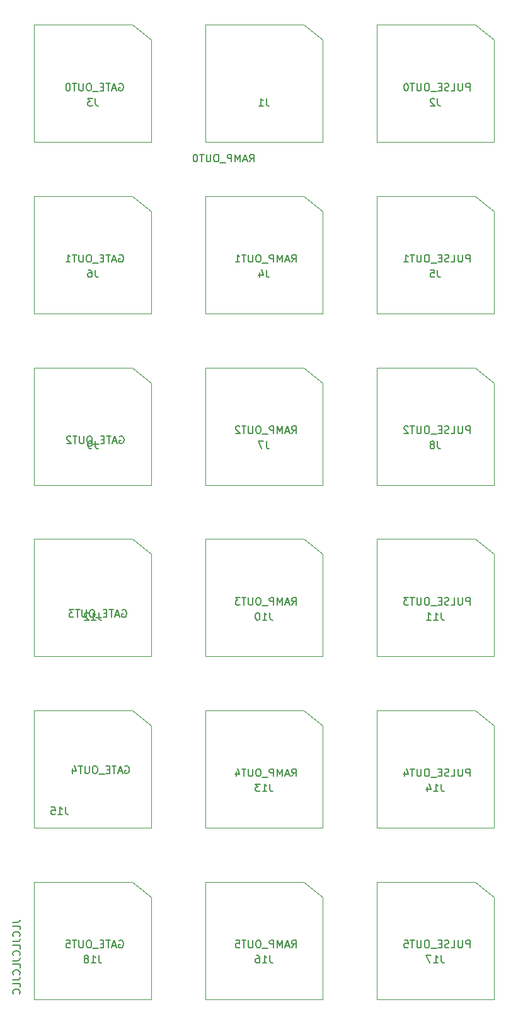
<source format=gbr>
%TF.GenerationSoftware,KiCad,Pcbnew,7.0.1*%
%TF.CreationDate,2023-03-13T20:41:13+00:00*%
%TF.ProjectId,KOSMO-POLY6-JACKS,4b4f534d-4f2d-4504-9f4c-59362d4a4143,v0.1.1*%
%TF.SameCoordinates,Original*%
%TF.FileFunction,Legend,Bot*%
%TF.FilePolarity,Positive*%
%FSLAX46Y46*%
G04 Gerber Fmt 4.6, Leading zero omitted, Abs format (unit mm)*
G04 Created by KiCad (PCBNEW 7.0.1) date 2023-03-13 20:41:13*
%MOMM*%
%LPD*%
G01*
G04 APERTURE LIST*
%ADD10C,0.150000*%
%ADD11C,0.120000*%
G04 APERTURE END LIST*
D10*
X55077619Y-169559951D02*
X55791904Y-169559951D01*
X55791904Y-169559951D02*
X55934761Y-169512332D01*
X55934761Y-169512332D02*
X56030000Y-169417094D01*
X56030000Y-169417094D02*
X56077619Y-169274237D01*
X56077619Y-169274237D02*
X56077619Y-169178999D01*
X56077619Y-170512332D02*
X56077619Y-170036142D01*
X56077619Y-170036142D02*
X55077619Y-170036142D01*
X55982380Y-171417094D02*
X56030000Y-171369475D01*
X56030000Y-171369475D02*
X56077619Y-171226618D01*
X56077619Y-171226618D02*
X56077619Y-171131380D01*
X56077619Y-171131380D02*
X56030000Y-170988523D01*
X56030000Y-170988523D02*
X55934761Y-170893285D01*
X55934761Y-170893285D02*
X55839523Y-170845666D01*
X55839523Y-170845666D02*
X55649047Y-170798047D01*
X55649047Y-170798047D02*
X55506190Y-170798047D01*
X55506190Y-170798047D02*
X55315714Y-170845666D01*
X55315714Y-170845666D02*
X55220476Y-170893285D01*
X55220476Y-170893285D02*
X55125238Y-170988523D01*
X55125238Y-170988523D02*
X55077619Y-171131380D01*
X55077619Y-171131380D02*
X55077619Y-171226618D01*
X55077619Y-171226618D02*
X55125238Y-171369475D01*
X55125238Y-171369475D02*
X55172857Y-171417094D01*
X55077619Y-172131380D02*
X55791904Y-172131380D01*
X55791904Y-172131380D02*
X55934761Y-172083761D01*
X55934761Y-172083761D02*
X56030000Y-171988523D01*
X56030000Y-171988523D02*
X56077619Y-171845666D01*
X56077619Y-171845666D02*
X56077619Y-171750428D01*
X56077619Y-173083761D02*
X56077619Y-172607571D01*
X56077619Y-172607571D02*
X55077619Y-172607571D01*
X55982380Y-173988523D02*
X56030000Y-173940904D01*
X56030000Y-173940904D02*
X56077619Y-173798047D01*
X56077619Y-173798047D02*
X56077619Y-173702809D01*
X56077619Y-173702809D02*
X56030000Y-173559952D01*
X56030000Y-173559952D02*
X55934761Y-173464714D01*
X55934761Y-173464714D02*
X55839523Y-173417095D01*
X55839523Y-173417095D02*
X55649047Y-173369476D01*
X55649047Y-173369476D02*
X55506190Y-173369476D01*
X55506190Y-173369476D02*
X55315714Y-173417095D01*
X55315714Y-173417095D02*
X55220476Y-173464714D01*
X55220476Y-173464714D02*
X55125238Y-173559952D01*
X55125238Y-173559952D02*
X55077619Y-173702809D01*
X55077619Y-173702809D02*
X55077619Y-173798047D01*
X55077619Y-173798047D02*
X55125238Y-173940904D01*
X55125238Y-173940904D02*
X55172857Y-173988523D01*
X55077619Y-174702809D02*
X55791904Y-174702809D01*
X55791904Y-174702809D02*
X55934761Y-174655190D01*
X55934761Y-174655190D02*
X56030000Y-174559952D01*
X56030000Y-174559952D02*
X56077619Y-174417095D01*
X56077619Y-174417095D02*
X56077619Y-174321857D01*
X56077619Y-175655190D02*
X56077619Y-175179000D01*
X56077619Y-175179000D02*
X55077619Y-175179000D01*
X55982380Y-176559952D02*
X56030000Y-176512333D01*
X56030000Y-176512333D02*
X56077619Y-176369476D01*
X56077619Y-176369476D02*
X56077619Y-176274238D01*
X56077619Y-176274238D02*
X56030000Y-176131381D01*
X56030000Y-176131381D02*
X55934761Y-176036143D01*
X55934761Y-176036143D02*
X55839523Y-175988524D01*
X55839523Y-175988524D02*
X55649047Y-175940905D01*
X55649047Y-175940905D02*
X55506190Y-175940905D01*
X55506190Y-175940905D02*
X55315714Y-175988524D01*
X55315714Y-175988524D02*
X55220476Y-176036143D01*
X55220476Y-176036143D02*
X55125238Y-176131381D01*
X55125238Y-176131381D02*
X55077619Y-176274238D01*
X55077619Y-176274238D02*
X55077619Y-176369476D01*
X55077619Y-176369476D02*
X55125238Y-176512333D01*
X55125238Y-176512333D02*
X55172857Y-176559952D01*
X55077619Y-177274238D02*
X55791904Y-177274238D01*
X55791904Y-177274238D02*
X55934761Y-177226619D01*
X55934761Y-177226619D02*
X56030000Y-177131381D01*
X56030000Y-177131381D02*
X56077619Y-176988524D01*
X56077619Y-176988524D02*
X56077619Y-176893286D01*
X56077619Y-178226619D02*
X56077619Y-177750429D01*
X56077619Y-177750429D02*
X55077619Y-177750429D01*
X55982380Y-179131381D02*
X56030000Y-179083762D01*
X56030000Y-179083762D02*
X56077619Y-178940905D01*
X56077619Y-178940905D02*
X56077619Y-178845667D01*
X56077619Y-178845667D02*
X56030000Y-178702810D01*
X56030000Y-178702810D02*
X55934761Y-178607572D01*
X55934761Y-178607572D02*
X55839523Y-178559953D01*
X55839523Y-178559953D02*
X55649047Y-178512334D01*
X55649047Y-178512334D02*
X55506190Y-178512334D01*
X55506190Y-178512334D02*
X55315714Y-178559953D01*
X55315714Y-178559953D02*
X55220476Y-178607572D01*
X55220476Y-178607572D02*
X55125238Y-178702810D01*
X55125238Y-178702810D02*
X55077619Y-178845667D01*
X55077619Y-178845667D02*
X55077619Y-178940905D01*
X55077619Y-178940905D02*
X55125238Y-179083762D01*
X55125238Y-179083762D02*
X55172857Y-179131381D01*
%TO.C,J1*%
X89180333Y-58986619D02*
X89180333Y-59700904D01*
X89180333Y-59700904D02*
X89227952Y-59843761D01*
X89227952Y-59843761D02*
X89323190Y-59939000D01*
X89323190Y-59939000D02*
X89466047Y-59986619D01*
X89466047Y-59986619D02*
X89561285Y-59986619D01*
X88180333Y-59986619D02*
X88751761Y-59986619D01*
X88466047Y-59986619D02*
X88466047Y-58986619D01*
X88466047Y-58986619D02*
X88561285Y-59129476D01*
X88561285Y-59129476D02*
X88656523Y-59224714D01*
X88656523Y-59224714D02*
X88751761Y-59272333D01*
X86922191Y-67483618D02*
X87255524Y-67007427D01*
X87493619Y-67483618D02*
X87493619Y-66483618D01*
X87493619Y-66483618D02*
X87112667Y-66483618D01*
X87112667Y-66483618D02*
X87017429Y-66531237D01*
X87017429Y-66531237D02*
X86969810Y-66578856D01*
X86969810Y-66578856D02*
X86922191Y-66674094D01*
X86922191Y-66674094D02*
X86922191Y-66816951D01*
X86922191Y-66816951D02*
X86969810Y-66912189D01*
X86969810Y-66912189D02*
X87017429Y-66959808D01*
X87017429Y-66959808D02*
X87112667Y-67007427D01*
X87112667Y-67007427D02*
X87493619Y-67007427D01*
X86541238Y-67197903D02*
X86065048Y-67197903D01*
X86636476Y-67483618D02*
X86303143Y-66483618D01*
X86303143Y-66483618D02*
X85969810Y-67483618D01*
X85636476Y-67483618D02*
X85636476Y-66483618D01*
X85636476Y-66483618D02*
X85303143Y-67197903D01*
X85303143Y-67197903D02*
X84969810Y-66483618D01*
X84969810Y-66483618D02*
X84969810Y-67483618D01*
X84493619Y-67483618D02*
X84493619Y-66483618D01*
X84493619Y-66483618D02*
X84112667Y-66483618D01*
X84112667Y-66483618D02*
X84017429Y-66531237D01*
X84017429Y-66531237D02*
X83969810Y-66578856D01*
X83969810Y-66578856D02*
X83922191Y-66674094D01*
X83922191Y-66674094D02*
X83922191Y-66816951D01*
X83922191Y-66816951D02*
X83969810Y-66912189D01*
X83969810Y-66912189D02*
X84017429Y-66959808D01*
X84017429Y-66959808D02*
X84112667Y-67007427D01*
X84112667Y-67007427D02*
X84493619Y-67007427D01*
X83731715Y-67578856D02*
X82969810Y-67578856D01*
X82541238Y-66483618D02*
X82350762Y-66483618D01*
X82350762Y-66483618D02*
X82255524Y-66531237D01*
X82255524Y-66531237D02*
X82160286Y-66626475D01*
X82160286Y-66626475D02*
X82112667Y-66816951D01*
X82112667Y-66816951D02*
X82112667Y-67150284D01*
X82112667Y-67150284D02*
X82160286Y-67340760D01*
X82160286Y-67340760D02*
X82255524Y-67435999D01*
X82255524Y-67435999D02*
X82350762Y-67483618D01*
X82350762Y-67483618D02*
X82541238Y-67483618D01*
X82541238Y-67483618D02*
X82636476Y-67435999D01*
X82636476Y-67435999D02*
X82731714Y-67340760D01*
X82731714Y-67340760D02*
X82779333Y-67150284D01*
X82779333Y-67150284D02*
X82779333Y-66816951D01*
X82779333Y-66816951D02*
X82731714Y-66626475D01*
X82731714Y-66626475D02*
X82636476Y-66531237D01*
X82636476Y-66531237D02*
X82541238Y-66483618D01*
X81684095Y-66483618D02*
X81684095Y-67293141D01*
X81684095Y-67293141D02*
X81636476Y-67388379D01*
X81636476Y-67388379D02*
X81588857Y-67435999D01*
X81588857Y-67435999D02*
X81493619Y-67483618D01*
X81493619Y-67483618D02*
X81303143Y-67483618D01*
X81303143Y-67483618D02*
X81207905Y-67435999D01*
X81207905Y-67435999D02*
X81160286Y-67388379D01*
X81160286Y-67388379D02*
X81112667Y-67293141D01*
X81112667Y-67293141D02*
X81112667Y-66483618D01*
X80779333Y-66483618D02*
X80207905Y-66483618D01*
X80493619Y-67483618D02*
X80493619Y-66483618D01*
X79684095Y-66483618D02*
X79588857Y-66483618D01*
X79588857Y-66483618D02*
X79493619Y-66531237D01*
X79493619Y-66531237D02*
X79446000Y-66578856D01*
X79446000Y-66578856D02*
X79398381Y-66674094D01*
X79398381Y-66674094D02*
X79350762Y-66864570D01*
X79350762Y-66864570D02*
X79350762Y-67102665D01*
X79350762Y-67102665D02*
X79398381Y-67293141D01*
X79398381Y-67293141D02*
X79446000Y-67388379D01*
X79446000Y-67388379D02*
X79493619Y-67435999D01*
X79493619Y-67435999D02*
X79588857Y-67483618D01*
X79588857Y-67483618D02*
X79684095Y-67483618D01*
X79684095Y-67483618D02*
X79779333Y-67435999D01*
X79779333Y-67435999D02*
X79826952Y-67388379D01*
X79826952Y-67388379D02*
X79874571Y-67293141D01*
X79874571Y-67293141D02*
X79922190Y-67102665D01*
X79922190Y-67102665D02*
X79922190Y-66864570D01*
X79922190Y-66864570D02*
X79874571Y-66674094D01*
X79874571Y-66674094D02*
X79826952Y-66578856D01*
X79826952Y-66578856D02*
X79779333Y-66531237D01*
X79779333Y-66531237D02*
X79684095Y-66483618D01*
%TO.C,J2*%
X112180333Y-58986619D02*
X112180333Y-59700904D01*
X112180333Y-59700904D02*
X112227952Y-59843761D01*
X112227952Y-59843761D02*
X112323190Y-59939000D01*
X112323190Y-59939000D02*
X112466047Y-59986619D01*
X112466047Y-59986619D02*
X112561285Y-59986619D01*
X111751761Y-59081857D02*
X111704142Y-59034238D01*
X111704142Y-59034238D02*
X111608904Y-58986619D01*
X111608904Y-58986619D02*
X111370809Y-58986619D01*
X111370809Y-58986619D02*
X111275571Y-59034238D01*
X111275571Y-59034238D02*
X111227952Y-59081857D01*
X111227952Y-59081857D02*
X111180333Y-59177095D01*
X111180333Y-59177095D02*
X111180333Y-59272333D01*
X111180333Y-59272333D02*
X111227952Y-59415190D01*
X111227952Y-59415190D02*
X111799380Y-59986619D01*
X111799380Y-59986619D02*
X111180333Y-59986619D01*
X116505761Y-57954619D02*
X116505761Y-56954619D01*
X116505761Y-56954619D02*
X116124809Y-56954619D01*
X116124809Y-56954619D02*
X116029571Y-57002238D01*
X116029571Y-57002238D02*
X115981952Y-57049857D01*
X115981952Y-57049857D02*
X115934333Y-57145095D01*
X115934333Y-57145095D02*
X115934333Y-57287952D01*
X115934333Y-57287952D02*
X115981952Y-57383190D01*
X115981952Y-57383190D02*
X116029571Y-57430809D01*
X116029571Y-57430809D02*
X116124809Y-57478428D01*
X116124809Y-57478428D02*
X116505761Y-57478428D01*
X115505761Y-56954619D02*
X115505761Y-57764142D01*
X115505761Y-57764142D02*
X115458142Y-57859380D01*
X115458142Y-57859380D02*
X115410523Y-57907000D01*
X115410523Y-57907000D02*
X115315285Y-57954619D01*
X115315285Y-57954619D02*
X115124809Y-57954619D01*
X115124809Y-57954619D02*
X115029571Y-57907000D01*
X115029571Y-57907000D02*
X114981952Y-57859380D01*
X114981952Y-57859380D02*
X114934333Y-57764142D01*
X114934333Y-57764142D02*
X114934333Y-56954619D01*
X113981952Y-57954619D02*
X114458142Y-57954619D01*
X114458142Y-57954619D02*
X114458142Y-56954619D01*
X113696237Y-57907000D02*
X113553380Y-57954619D01*
X113553380Y-57954619D02*
X113315285Y-57954619D01*
X113315285Y-57954619D02*
X113220047Y-57907000D01*
X113220047Y-57907000D02*
X113172428Y-57859380D01*
X113172428Y-57859380D02*
X113124809Y-57764142D01*
X113124809Y-57764142D02*
X113124809Y-57668904D01*
X113124809Y-57668904D02*
X113172428Y-57573666D01*
X113172428Y-57573666D02*
X113220047Y-57526047D01*
X113220047Y-57526047D02*
X113315285Y-57478428D01*
X113315285Y-57478428D02*
X113505761Y-57430809D01*
X113505761Y-57430809D02*
X113600999Y-57383190D01*
X113600999Y-57383190D02*
X113648618Y-57335571D01*
X113648618Y-57335571D02*
X113696237Y-57240333D01*
X113696237Y-57240333D02*
X113696237Y-57145095D01*
X113696237Y-57145095D02*
X113648618Y-57049857D01*
X113648618Y-57049857D02*
X113600999Y-57002238D01*
X113600999Y-57002238D02*
X113505761Y-56954619D01*
X113505761Y-56954619D02*
X113267666Y-56954619D01*
X113267666Y-56954619D02*
X113124809Y-57002238D01*
X112696237Y-57430809D02*
X112362904Y-57430809D01*
X112220047Y-57954619D02*
X112696237Y-57954619D01*
X112696237Y-57954619D02*
X112696237Y-56954619D01*
X112696237Y-56954619D02*
X112220047Y-56954619D01*
X112029571Y-58049857D02*
X111267666Y-58049857D01*
X110839094Y-56954619D02*
X110648618Y-56954619D01*
X110648618Y-56954619D02*
X110553380Y-57002238D01*
X110553380Y-57002238D02*
X110458142Y-57097476D01*
X110458142Y-57097476D02*
X110410523Y-57287952D01*
X110410523Y-57287952D02*
X110410523Y-57621285D01*
X110410523Y-57621285D02*
X110458142Y-57811761D01*
X110458142Y-57811761D02*
X110553380Y-57907000D01*
X110553380Y-57907000D02*
X110648618Y-57954619D01*
X110648618Y-57954619D02*
X110839094Y-57954619D01*
X110839094Y-57954619D02*
X110934332Y-57907000D01*
X110934332Y-57907000D02*
X111029570Y-57811761D01*
X111029570Y-57811761D02*
X111077189Y-57621285D01*
X111077189Y-57621285D02*
X111077189Y-57287952D01*
X111077189Y-57287952D02*
X111029570Y-57097476D01*
X111029570Y-57097476D02*
X110934332Y-57002238D01*
X110934332Y-57002238D02*
X110839094Y-56954619D01*
X109981951Y-56954619D02*
X109981951Y-57764142D01*
X109981951Y-57764142D02*
X109934332Y-57859380D01*
X109934332Y-57859380D02*
X109886713Y-57907000D01*
X109886713Y-57907000D02*
X109791475Y-57954619D01*
X109791475Y-57954619D02*
X109600999Y-57954619D01*
X109600999Y-57954619D02*
X109505761Y-57907000D01*
X109505761Y-57907000D02*
X109458142Y-57859380D01*
X109458142Y-57859380D02*
X109410523Y-57764142D01*
X109410523Y-57764142D02*
X109410523Y-56954619D01*
X109077189Y-56954619D02*
X108505761Y-56954619D01*
X108791475Y-57954619D02*
X108791475Y-56954619D01*
X107981951Y-56954619D02*
X107886713Y-56954619D01*
X107886713Y-56954619D02*
X107791475Y-57002238D01*
X107791475Y-57002238D02*
X107743856Y-57049857D01*
X107743856Y-57049857D02*
X107696237Y-57145095D01*
X107696237Y-57145095D02*
X107648618Y-57335571D01*
X107648618Y-57335571D02*
X107648618Y-57573666D01*
X107648618Y-57573666D02*
X107696237Y-57764142D01*
X107696237Y-57764142D02*
X107743856Y-57859380D01*
X107743856Y-57859380D02*
X107791475Y-57907000D01*
X107791475Y-57907000D02*
X107886713Y-57954619D01*
X107886713Y-57954619D02*
X107981951Y-57954619D01*
X107981951Y-57954619D02*
X108077189Y-57907000D01*
X108077189Y-57907000D02*
X108124808Y-57859380D01*
X108124808Y-57859380D02*
X108172427Y-57764142D01*
X108172427Y-57764142D02*
X108220046Y-57573666D01*
X108220046Y-57573666D02*
X108220046Y-57335571D01*
X108220046Y-57335571D02*
X108172427Y-57145095D01*
X108172427Y-57145095D02*
X108124808Y-57049857D01*
X108124808Y-57049857D02*
X108077189Y-57002238D01*
X108077189Y-57002238D02*
X107981951Y-56954619D01*
%TO.C,J3*%
X66180333Y-58986619D02*
X66180333Y-59700904D01*
X66180333Y-59700904D02*
X66227952Y-59843761D01*
X66227952Y-59843761D02*
X66323190Y-59939000D01*
X66323190Y-59939000D02*
X66466047Y-59986619D01*
X66466047Y-59986619D02*
X66561285Y-59986619D01*
X65799380Y-58986619D02*
X65180333Y-58986619D01*
X65180333Y-58986619D02*
X65513666Y-59367571D01*
X65513666Y-59367571D02*
X65370809Y-59367571D01*
X65370809Y-59367571D02*
X65275571Y-59415190D01*
X65275571Y-59415190D02*
X65227952Y-59462809D01*
X65227952Y-59462809D02*
X65180333Y-59558047D01*
X65180333Y-59558047D02*
X65180333Y-59796142D01*
X65180333Y-59796142D02*
X65227952Y-59891380D01*
X65227952Y-59891380D02*
X65275571Y-59939000D01*
X65275571Y-59939000D02*
X65370809Y-59986619D01*
X65370809Y-59986619D02*
X65656523Y-59986619D01*
X65656523Y-59986619D02*
X65751761Y-59939000D01*
X65751761Y-59939000D02*
X65799380Y-59891380D01*
X69386714Y-57002238D02*
X69481952Y-56954619D01*
X69481952Y-56954619D02*
X69624809Y-56954619D01*
X69624809Y-56954619D02*
X69767666Y-57002238D01*
X69767666Y-57002238D02*
X69862904Y-57097476D01*
X69862904Y-57097476D02*
X69910523Y-57192714D01*
X69910523Y-57192714D02*
X69958142Y-57383190D01*
X69958142Y-57383190D02*
X69958142Y-57526047D01*
X69958142Y-57526047D02*
X69910523Y-57716523D01*
X69910523Y-57716523D02*
X69862904Y-57811761D01*
X69862904Y-57811761D02*
X69767666Y-57907000D01*
X69767666Y-57907000D02*
X69624809Y-57954619D01*
X69624809Y-57954619D02*
X69529571Y-57954619D01*
X69529571Y-57954619D02*
X69386714Y-57907000D01*
X69386714Y-57907000D02*
X69339095Y-57859380D01*
X69339095Y-57859380D02*
X69339095Y-57526047D01*
X69339095Y-57526047D02*
X69529571Y-57526047D01*
X68958142Y-57668904D02*
X68481952Y-57668904D01*
X69053380Y-57954619D02*
X68720047Y-56954619D01*
X68720047Y-56954619D02*
X68386714Y-57954619D01*
X68196237Y-56954619D02*
X67624809Y-56954619D01*
X67910523Y-57954619D02*
X67910523Y-56954619D01*
X67291475Y-57430809D02*
X66958142Y-57430809D01*
X66815285Y-57954619D02*
X67291475Y-57954619D01*
X67291475Y-57954619D02*
X67291475Y-56954619D01*
X67291475Y-56954619D02*
X66815285Y-56954619D01*
X66624809Y-58049857D02*
X65862904Y-58049857D01*
X65434332Y-56954619D02*
X65243856Y-56954619D01*
X65243856Y-56954619D02*
X65148618Y-57002238D01*
X65148618Y-57002238D02*
X65053380Y-57097476D01*
X65053380Y-57097476D02*
X65005761Y-57287952D01*
X65005761Y-57287952D02*
X65005761Y-57621285D01*
X65005761Y-57621285D02*
X65053380Y-57811761D01*
X65053380Y-57811761D02*
X65148618Y-57907000D01*
X65148618Y-57907000D02*
X65243856Y-57954619D01*
X65243856Y-57954619D02*
X65434332Y-57954619D01*
X65434332Y-57954619D02*
X65529570Y-57907000D01*
X65529570Y-57907000D02*
X65624808Y-57811761D01*
X65624808Y-57811761D02*
X65672427Y-57621285D01*
X65672427Y-57621285D02*
X65672427Y-57287952D01*
X65672427Y-57287952D02*
X65624808Y-57097476D01*
X65624808Y-57097476D02*
X65529570Y-57002238D01*
X65529570Y-57002238D02*
X65434332Y-56954619D01*
X64577189Y-56954619D02*
X64577189Y-57764142D01*
X64577189Y-57764142D02*
X64529570Y-57859380D01*
X64529570Y-57859380D02*
X64481951Y-57907000D01*
X64481951Y-57907000D02*
X64386713Y-57954619D01*
X64386713Y-57954619D02*
X64196237Y-57954619D01*
X64196237Y-57954619D02*
X64100999Y-57907000D01*
X64100999Y-57907000D02*
X64053380Y-57859380D01*
X64053380Y-57859380D02*
X64005761Y-57764142D01*
X64005761Y-57764142D02*
X64005761Y-56954619D01*
X63672427Y-56954619D02*
X63100999Y-56954619D01*
X63386713Y-57954619D02*
X63386713Y-56954619D01*
X62577189Y-56954619D02*
X62481951Y-56954619D01*
X62481951Y-56954619D02*
X62386713Y-57002238D01*
X62386713Y-57002238D02*
X62339094Y-57049857D01*
X62339094Y-57049857D02*
X62291475Y-57145095D01*
X62291475Y-57145095D02*
X62243856Y-57335571D01*
X62243856Y-57335571D02*
X62243856Y-57573666D01*
X62243856Y-57573666D02*
X62291475Y-57764142D01*
X62291475Y-57764142D02*
X62339094Y-57859380D01*
X62339094Y-57859380D02*
X62386713Y-57907000D01*
X62386713Y-57907000D02*
X62481951Y-57954619D01*
X62481951Y-57954619D02*
X62577189Y-57954619D01*
X62577189Y-57954619D02*
X62672427Y-57907000D01*
X62672427Y-57907000D02*
X62720046Y-57859380D01*
X62720046Y-57859380D02*
X62767665Y-57764142D01*
X62767665Y-57764142D02*
X62815284Y-57573666D01*
X62815284Y-57573666D02*
X62815284Y-57335571D01*
X62815284Y-57335571D02*
X62767665Y-57145095D01*
X62767665Y-57145095D02*
X62720046Y-57049857D01*
X62720046Y-57049857D02*
X62672427Y-57002238D01*
X62672427Y-57002238D02*
X62577189Y-56954619D01*
%TO.C,J4*%
X89180333Y-81986619D02*
X89180333Y-82700904D01*
X89180333Y-82700904D02*
X89227952Y-82843761D01*
X89227952Y-82843761D02*
X89323190Y-82939000D01*
X89323190Y-82939000D02*
X89466047Y-82986619D01*
X89466047Y-82986619D02*
X89561285Y-82986619D01*
X88275571Y-82319952D02*
X88275571Y-82986619D01*
X88513666Y-81939000D02*
X88751761Y-82653285D01*
X88751761Y-82653285D02*
X88132714Y-82653285D01*
X92577190Y-80954619D02*
X92910523Y-80478428D01*
X93148618Y-80954619D02*
X93148618Y-79954619D01*
X93148618Y-79954619D02*
X92767666Y-79954619D01*
X92767666Y-79954619D02*
X92672428Y-80002238D01*
X92672428Y-80002238D02*
X92624809Y-80049857D01*
X92624809Y-80049857D02*
X92577190Y-80145095D01*
X92577190Y-80145095D02*
X92577190Y-80287952D01*
X92577190Y-80287952D02*
X92624809Y-80383190D01*
X92624809Y-80383190D02*
X92672428Y-80430809D01*
X92672428Y-80430809D02*
X92767666Y-80478428D01*
X92767666Y-80478428D02*
X93148618Y-80478428D01*
X92196237Y-80668904D02*
X91720047Y-80668904D01*
X92291475Y-80954619D02*
X91958142Y-79954619D01*
X91958142Y-79954619D02*
X91624809Y-80954619D01*
X91291475Y-80954619D02*
X91291475Y-79954619D01*
X91291475Y-79954619D02*
X90958142Y-80668904D01*
X90958142Y-80668904D02*
X90624809Y-79954619D01*
X90624809Y-79954619D02*
X90624809Y-80954619D01*
X90148618Y-80954619D02*
X90148618Y-79954619D01*
X90148618Y-79954619D02*
X89767666Y-79954619D01*
X89767666Y-79954619D02*
X89672428Y-80002238D01*
X89672428Y-80002238D02*
X89624809Y-80049857D01*
X89624809Y-80049857D02*
X89577190Y-80145095D01*
X89577190Y-80145095D02*
X89577190Y-80287952D01*
X89577190Y-80287952D02*
X89624809Y-80383190D01*
X89624809Y-80383190D02*
X89672428Y-80430809D01*
X89672428Y-80430809D02*
X89767666Y-80478428D01*
X89767666Y-80478428D02*
X90148618Y-80478428D01*
X89386714Y-81049857D02*
X88624809Y-81049857D01*
X88196237Y-79954619D02*
X88005761Y-79954619D01*
X88005761Y-79954619D02*
X87910523Y-80002238D01*
X87910523Y-80002238D02*
X87815285Y-80097476D01*
X87815285Y-80097476D02*
X87767666Y-80287952D01*
X87767666Y-80287952D02*
X87767666Y-80621285D01*
X87767666Y-80621285D02*
X87815285Y-80811761D01*
X87815285Y-80811761D02*
X87910523Y-80907000D01*
X87910523Y-80907000D02*
X88005761Y-80954619D01*
X88005761Y-80954619D02*
X88196237Y-80954619D01*
X88196237Y-80954619D02*
X88291475Y-80907000D01*
X88291475Y-80907000D02*
X88386713Y-80811761D01*
X88386713Y-80811761D02*
X88434332Y-80621285D01*
X88434332Y-80621285D02*
X88434332Y-80287952D01*
X88434332Y-80287952D02*
X88386713Y-80097476D01*
X88386713Y-80097476D02*
X88291475Y-80002238D01*
X88291475Y-80002238D02*
X88196237Y-79954619D01*
X87339094Y-79954619D02*
X87339094Y-80764142D01*
X87339094Y-80764142D02*
X87291475Y-80859380D01*
X87291475Y-80859380D02*
X87243856Y-80907000D01*
X87243856Y-80907000D02*
X87148618Y-80954619D01*
X87148618Y-80954619D02*
X86958142Y-80954619D01*
X86958142Y-80954619D02*
X86862904Y-80907000D01*
X86862904Y-80907000D02*
X86815285Y-80859380D01*
X86815285Y-80859380D02*
X86767666Y-80764142D01*
X86767666Y-80764142D02*
X86767666Y-79954619D01*
X86434332Y-79954619D02*
X85862904Y-79954619D01*
X86148618Y-80954619D02*
X86148618Y-79954619D01*
X85005761Y-80954619D02*
X85577189Y-80954619D01*
X85291475Y-80954619D02*
X85291475Y-79954619D01*
X85291475Y-79954619D02*
X85386713Y-80097476D01*
X85386713Y-80097476D02*
X85481951Y-80192714D01*
X85481951Y-80192714D02*
X85577189Y-80240333D01*
%TO.C,J5*%
X112180333Y-81986619D02*
X112180333Y-82700904D01*
X112180333Y-82700904D02*
X112227952Y-82843761D01*
X112227952Y-82843761D02*
X112323190Y-82939000D01*
X112323190Y-82939000D02*
X112466047Y-82986619D01*
X112466047Y-82986619D02*
X112561285Y-82986619D01*
X111227952Y-81986619D02*
X111704142Y-81986619D01*
X111704142Y-81986619D02*
X111751761Y-82462809D01*
X111751761Y-82462809D02*
X111704142Y-82415190D01*
X111704142Y-82415190D02*
X111608904Y-82367571D01*
X111608904Y-82367571D02*
X111370809Y-82367571D01*
X111370809Y-82367571D02*
X111275571Y-82415190D01*
X111275571Y-82415190D02*
X111227952Y-82462809D01*
X111227952Y-82462809D02*
X111180333Y-82558047D01*
X111180333Y-82558047D02*
X111180333Y-82796142D01*
X111180333Y-82796142D02*
X111227952Y-82891380D01*
X111227952Y-82891380D02*
X111275571Y-82939000D01*
X111275571Y-82939000D02*
X111370809Y-82986619D01*
X111370809Y-82986619D02*
X111608904Y-82986619D01*
X111608904Y-82986619D02*
X111704142Y-82939000D01*
X111704142Y-82939000D02*
X111751761Y-82891380D01*
X116505761Y-80954619D02*
X116505761Y-79954619D01*
X116505761Y-79954619D02*
X116124809Y-79954619D01*
X116124809Y-79954619D02*
X116029571Y-80002238D01*
X116029571Y-80002238D02*
X115981952Y-80049857D01*
X115981952Y-80049857D02*
X115934333Y-80145095D01*
X115934333Y-80145095D02*
X115934333Y-80287952D01*
X115934333Y-80287952D02*
X115981952Y-80383190D01*
X115981952Y-80383190D02*
X116029571Y-80430809D01*
X116029571Y-80430809D02*
X116124809Y-80478428D01*
X116124809Y-80478428D02*
X116505761Y-80478428D01*
X115505761Y-79954619D02*
X115505761Y-80764142D01*
X115505761Y-80764142D02*
X115458142Y-80859380D01*
X115458142Y-80859380D02*
X115410523Y-80907000D01*
X115410523Y-80907000D02*
X115315285Y-80954619D01*
X115315285Y-80954619D02*
X115124809Y-80954619D01*
X115124809Y-80954619D02*
X115029571Y-80907000D01*
X115029571Y-80907000D02*
X114981952Y-80859380D01*
X114981952Y-80859380D02*
X114934333Y-80764142D01*
X114934333Y-80764142D02*
X114934333Y-79954619D01*
X113981952Y-80954619D02*
X114458142Y-80954619D01*
X114458142Y-80954619D02*
X114458142Y-79954619D01*
X113696237Y-80907000D02*
X113553380Y-80954619D01*
X113553380Y-80954619D02*
X113315285Y-80954619D01*
X113315285Y-80954619D02*
X113220047Y-80907000D01*
X113220047Y-80907000D02*
X113172428Y-80859380D01*
X113172428Y-80859380D02*
X113124809Y-80764142D01*
X113124809Y-80764142D02*
X113124809Y-80668904D01*
X113124809Y-80668904D02*
X113172428Y-80573666D01*
X113172428Y-80573666D02*
X113220047Y-80526047D01*
X113220047Y-80526047D02*
X113315285Y-80478428D01*
X113315285Y-80478428D02*
X113505761Y-80430809D01*
X113505761Y-80430809D02*
X113600999Y-80383190D01*
X113600999Y-80383190D02*
X113648618Y-80335571D01*
X113648618Y-80335571D02*
X113696237Y-80240333D01*
X113696237Y-80240333D02*
X113696237Y-80145095D01*
X113696237Y-80145095D02*
X113648618Y-80049857D01*
X113648618Y-80049857D02*
X113600999Y-80002238D01*
X113600999Y-80002238D02*
X113505761Y-79954619D01*
X113505761Y-79954619D02*
X113267666Y-79954619D01*
X113267666Y-79954619D02*
X113124809Y-80002238D01*
X112696237Y-80430809D02*
X112362904Y-80430809D01*
X112220047Y-80954619D02*
X112696237Y-80954619D01*
X112696237Y-80954619D02*
X112696237Y-79954619D01*
X112696237Y-79954619D02*
X112220047Y-79954619D01*
X112029571Y-81049857D02*
X111267666Y-81049857D01*
X110839094Y-79954619D02*
X110648618Y-79954619D01*
X110648618Y-79954619D02*
X110553380Y-80002238D01*
X110553380Y-80002238D02*
X110458142Y-80097476D01*
X110458142Y-80097476D02*
X110410523Y-80287952D01*
X110410523Y-80287952D02*
X110410523Y-80621285D01*
X110410523Y-80621285D02*
X110458142Y-80811761D01*
X110458142Y-80811761D02*
X110553380Y-80907000D01*
X110553380Y-80907000D02*
X110648618Y-80954619D01*
X110648618Y-80954619D02*
X110839094Y-80954619D01*
X110839094Y-80954619D02*
X110934332Y-80907000D01*
X110934332Y-80907000D02*
X111029570Y-80811761D01*
X111029570Y-80811761D02*
X111077189Y-80621285D01*
X111077189Y-80621285D02*
X111077189Y-80287952D01*
X111077189Y-80287952D02*
X111029570Y-80097476D01*
X111029570Y-80097476D02*
X110934332Y-80002238D01*
X110934332Y-80002238D02*
X110839094Y-79954619D01*
X109981951Y-79954619D02*
X109981951Y-80764142D01*
X109981951Y-80764142D02*
X109934332Y-80859380D01*
X109934332Y-80859380D02*
X109886713Y-80907000D01*
X109886713Y-80907000D02*
X109791475Y-80954619D01*
X109791475Y-80954619D02*
X109600999Y-80954619D01*
X109600999Y-80954619D02*
X109505761Y-80907000D01*
X109505761Y-80907000D02*
X109458142Y-80859380D01*
X109458142Y-80859380D02*
X109410523Y-80764142D01*
X109410523Y-80764142D02*
X109410523Y-79954619D01*
X109077189Y-79954619D02*
X108505761Y-79954619D01*
X108791475Y-80954619D02*
X108791475Y-79954619D01*
X107648618Y-80954619D02*
X108220046Y-80954619D01*
X107934332Y-80954619D02*
X107934332Y-79954619D01*
X107934332Y-79954619D02*
X108029570Y-80097476D01*
X108029570Y-80097476D02*
X108124808Y-80192714D01*
X108124808Y-80192714D02*
X108220046Y-80240333D01*
%TO.C,J6*%
X66180333Y-81986619D02*
X66180333Y-82700904D01*
X66180333Y-82700904D02*
X66227952Y-82843761D01*
X66227952Y-82843761D02*
X66323190Y-82939000D01*
X66323190Y-82939000D02*
X66466047Y-82986619D01*
X66466047Y-82986619D02*
X66561285Y-82986619D01*
X65275571Y-81986619D02*
X65466047Y-81986619D01*
X65466047Y-81986619D02*
X65561285Y-82034238D01*
X65561285Y-82034238D02*
X65608904Y-82081857D01*
X65608904Y-82081857D02*
X65704142Y-82224714D01*
X65704142Y-82224714D02*
X65751761Y-82415190D01*
X65751761Y-82415190D02*
X65751761Y-82796142D01*
X65751761Y-82796142D02*
X65704142Y-82891380D01*
X65704142Y-82891380D02*
X65656523Y-82939000D01*
X65656523Y-82939000D02*
X65561285Y-82986619D01*
X65561285Y-82986619D02*
X65370809Y-82986619D01*
X65370809Y-82986619D02*
X65275571Y-82939000D01*
X65275571Y-82939000D02*
X65227952Y-82891380D01*
X65227952Y-82891380D02*
X65180333Y-82796142D01*
X65180333Y-82796142D02*
X65180333Y-82558047D01*
X65180333Y-82558047D02*
X65227952Y-82462809D01*
X65227952Y-82462809D02*
X65275571Y-82415190D01*
X65275571Y-82415190D02*
X65370809Y-82367571D01*
X65370809Y-82367571D02*
X65561285Y-82367571D01*
X65561285Y-82367571D02*
X65656523Y-82415190D01*
X65656523Y-82415190D02*
X65704142Y-82462809D01*
X65704142Y-82462809D02*
X65751761Y-82558047D01*
X69386714Y-80002238D02*
X69481952Y-79954619D01*
X69481952Y-79954619D02*
X69624809Y-79954619D01*
X69624809Y-79954619D02*
X69767666Y-80002238D01*
X69767666Y-80002238D02*
X69862904Y-80097476D01*
X69862904Y-80097476D02*
X69910523Y-80192714D01*
X69910523Y-80192714D02*
X69958142Y-80383190D01*
X69958142Y-80383190D02*
X69958142Y-80526047D01*
X69958142Y-80526047D02*
X69910523Y-80716523D01*
X69910523Y-80716523D02*
X69862904Y-80811761D01*
X69862904Y-80811761D02*
X69767666Y-80907000D01*
X69767666Y-80907000D02*
X69624809Y-80954619D01*
X69624809Y-80954619D02*
X69529571Y-80954619D01*
X69529571Y-80954619D02*
X69386714Y-80907000D01*
X69386714Y-80907000D02*
X69339095Y-80859380D01*
X69339095Y-80859380D02*
X69339095Y-80526047D01*
X69339095Y-80526047D02*
X69529571Y-80526047D01*
X68958142Y-80668904D02*
X68481952Y-80668904D01*
X69053380Y-80954619D02*
X68720047Y-79954619D01*
X68720047Y-79954619D02*
X68386714Y-80954619D01*
X68196237Y-79954619D02*
X67624809Y-79954619D01*
X67910523Y-80954619D02*
X67910523Y-79954619D01*
X67291475Y-80430809D02*
X66958142Y-80430809D01*
X66815285Y-80954619D02*
X67291475Y-80954619D01*
X67291475Y-80954619D02*
X67291475Y-79954619D01*
X67291475Y-79954619D02*
X66815285Y-79954619D01*
X66624809Y-81049857D02*
X65862904Y-81049857D01*
X65434332Y-79954619D02*
X65243856Y-79954619D01*
X65243856Y-79954619D02*
X65148618Y-80002238D01*
X65148618Y-80002238D02*
X65053380Y-80097476D01*
X65053380Y-80097476D02*
X65005761Y-80287952D01*
X65005761Y-80287952D02*
X65005761Y-80621285D01*
X65005761Y-80621285D02*
X65053380Y-80811761D01*
X65053380Y-80811761D02*
X65148618Y-80907000D01*
X65148618Y-80907000D02*
X65243856Y-80954619D01*
X65243856Y-80954619D02*
X65434332Y-80954619D01*
X65434332Y-80954619D02*
X65529570Y-80907000D01*
X65529570Y-80907000D02*
X65624808Y-80811761D01*
X65624808Y-80811761D02*
X65672427Y-80621285D01*
X65672427Y-80621285D02*
X65672427Y-80287952D01*
X65672427Y-80287952D02*
X65624808Y-80097476D01*
X65624808Y-80097476D02*
X65529570Y-80002238D01*
X65529570Y-80002238D02*
X65434332Y-79954619D01*
X64577189Y-79954619D02*
X64577189Y-80764142D01*
X64577189Y-80764142D02*
X64529570Y-80859380D01*
X64529570Y-80859380D02*
X64481951Y-80907000D01*
X64481951Y-80907000D02*
X64386713Y-80954619D01*
X64386713Y-80954619D02*
X64196237Y-80954619D01*
X64196237Y-80954619D02*
X64100999Y-80907000D01*
X64100999Y-80907000D02*
X64053380Y-80859380D01*
X64053380Y-80859380D02*
X64005761Y-80764142D01*
X64005761Y-80764142D02*
X64005761Y-79954619D01*
X63672427Y-79954619D02*
X63100999Y-79954619D01*
X63386713Y-80954619D02*
X63386713Y-79954619D01*
X62243856Y-80954619D02*
X62815284Y-80954619D01*
X62529570Y-80954619D02*
X62529570Y-79954619D01*
X62529570Y-79954619D02*
X62624808Y-80097476D01*
X62624808Y-80097476D02*
X62720046Y-80192714D01*
X62720046Y-80192714D02*
X62815284Y-80240333D01*
%TO.C,J7*%
X89180333Y-104986619D02*
X89180333Y-105700904D01*
X89180333Y-105700904D02*
X89227952Y-105843761D01*
X89227952Y-105843761D02*
X89323190Y-105939000D01*
X89323190Y-105939000D02*
X89466047Y-105986619D01*
X89466047Y-105986619D02*
X89561285Y-105986619D01*
X88799380Y-104986619D02*
X88132714Y-104986619D01*
X88132714Y-104986619D02*
X88561285Y-105986619D01*
X92577190Y-103954619D02*
X92910523Y-103478428D01*
X93148618Y-103954619D02*
X93148618Y-102954619D01*
X93148618Y-102954619D02*
X92767666Y-102954619D01*
X92767666Y-102954619D02*
X92672428Y-103002238D01*
X92672428Y-103002238D02*
X92624809Y-103049857D01*
X92624809Y-103049857D02*
X92577190Y-103145095D01*
X92577190Y-103145095D02*
X92577190Y-103287952D01*
X92577190Y-103287952D02*
X92624809Y-103383190D01*
X92624809Y-103383190D02*
X92672428Y-103430809D01*
X92672428Y-103430809D02*
X92767666Y-103478428D01*
X92767666Y-103478428D02*
X93148618Y-103478428D01*
X92196237Y-103668904D02*
X91720047Y-103668904D01*
X92291475Y-103954619D02*
X91958142Y-102954619D01*
X91958142Y-102954619D02*
X91624809Y-103954619D01*
X91291475Y-103954619D02*
X91291475Y-102954619D01*
X91291475Y-102954619D02*
X90958142Y-103668904D01*
X90958142Y-103668904D02*
X90624809Y-102954619D01*
X90624809Y-102954619D02*
X90624809Y-103954619D01*
X90148618Y-103954619D02*
X90148618Y-102954619D01*
X90148618Y-102954619D02*
X89767666Y-102954619D01*
X89767666Y-102954619D02*
X89672428Y-103002238D01*
X89672428Y-103002238D02*
X89624809Y-103049857D01*
X89624809Y-103049857D02*
X89577190Y-103145095D01*
X89577190Y-103145095D02*
X89577190Y-103287952D01*
X89577190Y-103287952D02*
X89624809Y-103383190D01*
X89624809Y-103383190D02*
X89672428Y-103430809D01*
X89672428Y-103430809D02*
X89767666Y-103478428D01*
X89767666Y-103478428D02*
X90148618Y-103478428D01*
X89386714Y-104049857D02*
X88624809Y-104049857D01*
X88196237Y-102954619D02*
X88005761Y-102954619D01*
X88005761Y-102954619D02*
X87910523Y-103002238D01*
X87910523Y-103002238D02*
X87815285Y-103097476D01*
X87815285Y-103097476D02*
X87767666Y-103287952D01*
X87767666Y-103287952D02*
X87767666Y-103621285D01*
X87767666Y-103621285D02*
X87815285Y-103811761D01*
X87815285Y-103811761D02*
X87910523Y-103907000D01*
X87910523Y-103907000D02*
X88005761Y-103954619D01*
X88005761Y-103954619D02*
X88196237Y-103954619D01*
X88196237Y-103954619D02*
X88291475Y-103907000D01*
X88291475Y-103907000D02*
X88386713Y-103811761D01*
X88386713Y-103811761D02*
X88434332Y-103621285D01*
X88434332Y-103621285D02*
X88434332Y-103287952D01*
X88434332Y-103287952D02*
X88386713Y-103097476D01*
X88386713Y-103097476D02*
X88291475Y-103002238D01*
X88291475Y-103002238D02*
X88196237Y-102954619D01*
X87339094Y-102954619D02*
X87339094Y-103764142D01*
X87339094Y-103764142D02*
X87291475Y-103859380D01*
X87291475Y-103859380D02*
X87243856Y-103907000D01*
X87243856Y-103907000D02*
X87148618Y-103954619D01*
X87148618Y-103954619D02*
X86958142Y-103954619D01*
X86958142Y-103954619D02*
X86862904Y-103907000D01*
X86862904Y-103907000D02*
X86815285Y-103859380D01*
X86815285Y-103859380D02*
X86767666Y-103764142D01*
X86767666Y-103764142D02*
X86767666Y-102954619D01*
X86434332Y-102954619D02*
X85862904Y-102954619D01*
X86148618Y-103954619D02*
X86148618Y-102954619D01*
X85577189Y-103049857D02*
X85529570Y-103002238D01*
X85529570Y-103002238D02*
X85434332Y-102954619D01*
X85434332Y-102954619D02*
X85196237Y-102954619D01*
X85196237Y-102954619D02*
X85100999Y-103002238D01*
X85100999Y-103002238D02*
X85053380Y-103049857D01*
X85053380Y-103049857D02*
X85005761Y-103145095D01*
X85005761Y-103145095D02*
X85005761Y-103240333D01*
X85005761Y-103240333D02*
X85053380Y-103383190D01*
X85053380Y-103383190D02*
X85624808Y-103954619D01*
X85624808Y-103954619D02*
X85005761Y-103954619D01*
%TO.C,J8*%
X112180333Y-104986619D02*
X112180333Y-105700904D01*
X112180333Y-105700904D02*
X112227952Y-105843761D01*
X112227952Y-105843761D02*
X112323190Y-105939000D01*
X112323190Y-105939000D02*
X112466047Y-105986619D01*
X112466047Y-105986619D02*
X112561285Y-105986619D01*
X111561285Y-105415190D02*
X111656523Y-105367571D01*
X111656523Y-105367571D02*
X111704142Y-105319952D01*
X111704142Y-105319952D02*
X111751761Y-105224714D01*
X111751761Y-105224714D02*
X111751761Y-105177095D01*
X111751761Y-105177095D02*
X111704142Y-105081857D01*
X111704142Y-105081857D02*
X111656523Y-105034238D01*
X111656523Y-105034238D02*
X111561285Y-104986619D01*
X111561285Y-104986619D02*
X111370809Y-104986619D01*
X111370809Y-104986619D02*
X111275571Y-105034238D01*
X111275571Y-105034238D02*
X111227952Y-105081857D01*
X111227952Y-105081857D02*
X111180333Y-105177095D01*
X111180333Y-105177095D02*
X111180333Y-105224714D01*
X111180333Y-105224714D02*
X111227952Y-105319952D01*
X111227952Y-105319952D02*
X111275571Y-105367571D01*
X111275571Y-105367571D02*
X111370809Y-105415190D01*
X111370809Y-105415190D02*
X111561285Y-105415190D01*
X111561285Y-105415190D02*
X111656523Y-105462809D01*
X111656523Y-105462809D02*
X111704142Y-105510428D01*
X111704142Y-105510428D02*
X111751761Y-105605666D01*
X111751761Y-105605666D02*
X111751761Y-105796142D01*
X111751761Y-105796142D02*
X111704142Y-105891380D01*
X111704142Y-105891380D02*
X111656523Y-105939000D01*
X111656523Y-105939000D02*
X111561285Y-105986619D01*
X111561285Y-105986619D02*
X111370809Y-105986619D01*
X111370809Y-105986619D02*
X111275571Y-105939000D01*
X111275571Y-105939000D02*
X111227952Y-105891380D01*
X111227952Y-105891380D02*
X111180333Y-105796142D01*
X111180333Y-105796142D02*
X111180333Y-105605666D01*
X111180333Y-105605666D02*
X111227952Y-105510428D01*
X111227952Y-105510428D02*
X111275571Y-105462809D01*
X111275571Y-105462809D02*
X111370809Y-105415190D01*
X116505761Y-103954619D02*
X116505761Y-102954619D01*
X116505761Y-102954619D02*
X116124809Y-102954619D01*
X116124809Y-102954619D02*
X116029571Y-103002238D01*
X116029571Y-103002238D02*
X115981952Y-103049857D01*
X115981952Y-103049857D02*
X115934333Y-103145095D01*
X115934333Y-103145095D02*
X115934333Y-103287952D01*
X115934333Y-103287952D02*
X115981952Y-103383190D01*
X115981952Y-103383190D02*
X116029571Y-103430809D01*
X116029571Y-103430809D02*
X116124809Y-103478428D01*
X116124809Y-103478428D02*
X116505761Y-103478428D01*
X115505761Y-102954619D02*
X115505761Y-103764142D01*
X115505761Y-103764142D02*
X115458142Y-103859380D01*
X115458142Y-103859380D02*
X115410523Y-103907000D01*
X115410523Y-103907000D02*
X115315285Y-103954619D01*
X115315285Y-103954619D02*
X115124809Y-103954619D01*
X115124809Y-103954619D02*
X115029571Y-103907000D01*
X115029571Y-103907000D02*
X114981952Y-103859380D01*
X114981952Y-103859380D02*
X114934333Y-103764142D01*
X114934333Y-103764142D02*
X114934333Y-102954619D01*
X113981952Y-103954619D02*
X114458142Y-103954619D01*
X114458142Y-103954619D02*
X114458142Y-102954619D01*
X113696237Y-103907000D02*
X113553380Y-103954619D01*
X113553380Y-103954619D02*
X113315285Y-103954619D01*
X113315285Y-103954619D02*
X113220047Y-103907000D01*
X113220047Y-103907000D02*
X113172428Y-103859380D01*
X113172428Y-103859380D02*
X113124809Y-103764142D01*
X113124809Y-103764142D02*
X113124809Y-103668904D01*
X113124809Y-103668904D02*
X113172428Y-103573666D01*
X113172428Y-103573666D02*
X113220047Y-103526047D01*
X113220047Y-103526047D02*
X113315285Y-103478428D01*
X113315285Y-103478428D02*
X113505761Y-103430809D01*
X113505761Y-103430809D02*
X113600999Y-103383190D01*
X113600999Y-103383190D02*
X113648618Y-103335571D01*
X113648618Y-103335571D02*
X113696237Y-103240333D01*
X113696237Y-103240333D02*
X113696237Y-103145095D01*
X113696237Y-103145095D02*
X113648618Y-103049857D01*
X113648618Y-103049857D02*
X113600999Y-103002238D01*
X113600999Y-103002238D02*
X113505761Y-102954619D01*
X113505761Y-102954619D02*
X113267666Y-102954619D01*
X113267666Y-102954619D02*
X113124809Y-103002238D01*
X112696237Y-103430809D02*
X112362904Y-103430809D01*
X112220047Y-103954619D02*
X112696237Y-103954619D01*
X112696237Y-103954619D02*
X112696237Y-102954619D01*
X112696237Y-102954619D02*
X112220047Y-102954619D01*
X112029571Y-104049857D02*
X111267666Y-104049857D01*
X110839094Y-102954619D02*
X110648618Y-102954619D01*
X110648618Y-102954619D02*
X110553380Y-103002238D01*
X110553380Y-103002238D02*
X110458142Y-103097476D01*
X110458142Y-103097476D02*
X110410523Y-103287952D01*
X110410523Y-103287952D02*
X110410523Y-103621285D01*
X110410523Y-103621285D02*
X110458142Y-103811761D01*
X110458142Y-103811761D02*
X110553380Y-103907000D01*
X110553380Y-103907000D02*
X110648618Y-103954619D01*
X110648618Y-103954619D02*
X110839094Y-103954619D01*
X110839094Y-103954619D02*
X110934332Y-103907000D01*
X110934332Y-103907000D02*
X111029570Y-103811761D01*
X111029570Y-103811761D02*
X111077189Y-103621285D01*
X111077189Y-103621285D02*
X111077189Y-103287952D01*
X111077189Y-103287952D02*
X111029570Y-103097476D01*
X111029570Y-103097476D02*
X110934332Y-103002238D01*
X110934332Y-103002238D02*
X110839094Y-102954619D01*
X109981951Y-102954619D02*
X109981951Y-103764142D01*
X109981951Y-103764142D02*
X109934332Y-103859380D01*
X109934332Y-103859380D02*
X109886713Y-103907000D01*
X109886713Y-103907000D02*
X109791475Y-103954619D01*
X109791475Y-103954619D02*
X109600999Y-103954619D01*
X109600999Y-103954619D02*
X109505761Y-103907000D01*
X109505761Y-103907000D02*
X109458142Y-103859380D01*
X109458142Y-103859380D02*
X109410523Y-103764142D01*
X109410523Y-103764142D02*
X109410523Y-102954619D01*
X109077189Y-102954619D02*
X108505761Y-102954619D01*
X108791475Y-103954619D02*
X108791475Y-102954619D01*
X108220046Y-103049857D02*
X108172427Y-103002238D01*
X108172427Y-103002238D02*
X108077189Y-102954619D01*
X108077189Y-102954619D02*
X107839094Y-102954619D01*
X107839094Y-102954619D02*
X107743856Y-103002238D01*
X107743856Y-103002238D02*
X107696237Y-103049857D01*
X107696237Y-103049857D02*
X107648618Y-103145095D01*
X107648618Y-103145095D02*
X107648618Y-103240333D01*
X107648618Y-103240333D02*
X107696237Y-103383190D01*
X107696237Y-103383190D02*
X108267665Y-103954619D01*
X108267665Y-103954619D02*
X107648618Y-103954619D01*
%TO.C,J9*%
X66180333Y-104986619D02*
X66180333Y-105700904D01*
X66180333Y-105700904D02*
X66227952Y-105843761D01*
X66227952Y-105843761D02*
X66323190Y-105939000D01*
X66323190Y-105939000D02*
X66466047Y-105986619D01*
X66466047Y-105986619D02*
X66561285Y-105986619D01*
X65656523Y-105986619D02*
X65466047Y-105986619D01*
X65466047Y-105986619D02*
X65370809Y-105939000D01*
X65370809Y-105939000D02*
X65323190Y-105891380D01*
X65323190Y-105891380D02*
X65227952Y-105748523D01*
X65227952Y-105748523D02*
X65180333Y-105558047D01*
X65180333Y-105558047D02*
X65180333Y-105177095D01*
X65180333Y-105177095D02*
X65227952Y-105081857D01*
X65227952Y-105081857D02*
X65275571Y-105034238D01*
X65275571Y-105034238D02*
X65370809Y-104986619D01*
X65370809Y-104986619D02*
X65561285Y-104986619D01*
X65561285Y-104986619D02*
X65656523Y-105034238D01*
X65656523Y-105034238D02*
X65704142Y-105081857D01*
X65704142Y-105081857D02*
X65751761Y-105177095D01*
X65751761Y-105177095D02*
X65751761Y-105415190D01*
X65751761Y-105415190D02*
X65704142Y-105510428D01*
X65704142Y-105510428D02*
X65656523Y-105558047D01*
X65656523Y-105558047D02*
X65561285Y-105605666D01*
X65561285Y-105605666D02*
X65370809Y-105605666D01*
X65370809Y-105605666D02*
X65275571Y-105558047D01*
X65275571Y-105558047D02*
X65227952Y-105510428D01*
X65227952Y-105510428D02*
X65180333Y-105415190D01*
X69466715Y-104330237D02*
X69561953Y-104282618D01*
X69561953Y-104282618D02*
X69704810Y-104282618D01*
X69704810Y-104282618D02*
X69847667Y-104330237D01*
X69847667Y-104330237D02*
X69942905Y-104425475D01*
X69942905Y-104425475D02*
X69990524Y-104520713D01*
X69990524Y-104520713D02*
X70038143Y-104711189D01*
X70038143Y-104711189D02*
X70038143Y-104854046D01*
X70038143Y-104854046D02*
X69990524Y-105044522D01*
X69990524Y-105044522D02*
X69942905Y-105139760D01*
X69942905Y-105139760D02*
X69847667Y-105234999D01*
X69847667Y-105234999D02*
X69704810Y-105282618D01*
X69704810Y-105282618D02*
X69609572Y-105282618D01*
X69609572Y-105282618D02*
X69466715Y-105234999D01*
X69466715Y-105234999D02*
X69419096Y-105187379D01*
X69419096Y-105187379D02*
X69419096Y-104854046D01*
X69419096Y-104854046D02*
X69609572Y-104854046D01*
X69038143Y-104996903D02*
X68561953Y-104996903D01*
X69133381Y-105282618D02*
X68800048Y-104282618D01*
X68800048Y-104282618D02*
X68466715Y-105282618D01*
X68276238Y-104282618D02*
X67704810Y-104282618D01*
X67990524Y-105282618D02*
X67990524Y-104282618D01*
X67371476Y-104758808D02*
X67038143Y-104758808D01*
X66895286Y-105282618D02*
X67371476Y-105282618D01*
X67371476Y-105282618D02*
X67371476Y-104282618D01*
X67371476Y-104282618D02*
X66895286Y-104282618D01*
X66704810Y-105377856D02*
X65942905Y-105377856D01*
X65514333Y-104282618D02*
X65323857Y-104282618D01*
X65323857Y-104282618D02*
X65228619Y-104330237D01*
X65228619Y-104330237D02*
X65133381Y-104425475D01*
X65133381Y-104425475D02*
X65085762Y-104615951D01*
X65085762Y-104615951D02*
X65085762Y-104949284D01*
X65085762Y-104949284D02*
X65133381Y-105139760D01*
X65133381Y-105139760D02*
X65228619Y-105234999D01*
X65228619Y-105234999D02*
X65323857Y-105282618D01*
X65323857Y-105282618D02*
X65514333Y-105282618D01*
X65514333Y-105282618D02*
X65609571Y-105234999D01*
X65609571Y-105234999D02*
X65704809Y-105139760D01*
X65704809Y-105139760D02*
X65752428Y-104949284D01*
X65752428Y-104949284D02*
X65752428Y-104615951D01*
X65752428Y-104615951D02*
X65704809Y-104425475D01*
X65704809Y-104425475D02*
X65609571Y-104330237D01*
X65609571Y-104330237D02*
X65514333Y-104282618D01*
X64657190Y-104282618D02*
X64657190Y-105092141D01*
X64657190Y-105092141D02*
X64609571Y-105187379D01*
X64609571Y-105187379D02*
X64561952Y-105234999D01*
X64561952Y-105234999D02*
X64466714Y-105282618D01*
X64466714Y-105282618D02*
X64276238Y-105282618D01*
X64276238Y-105282618D02*
X64181000Y-105234999D01*
X64181000Y-105234999D02*
X64133381Y-105187379D01*
X64133381Y-105187379D02*
X64085762Y-105092141D01*
X64085762Y-105092141D02*
X64085762Y-104282618D01*
X63752428Y-104282618D02*
X63181000Y-104282618D01*
X63466714Y-105282618D02*
X63466714Y-104282618D01*
X62895285Y-104377856D02*
X62847666Y-104330237D01*
X62847666Y-104330237D02*
X62752428Y-104282618D01*
X62752428Y-104282618D02*
X62514333Y-104282618D01*
X62514333Y-104282618D02*
X62419095Y-104330237D01*
X62419095Y-104330237D02*
X62371476Y-104377856D01*
X62371476Y-104377856D02*
X62323857Y-104473094D01*
X62323857Y-104473094D02*
X62323857Y-104568332D01*
X62323857Y-104568332D02*
X62371476Y-104711189D01*
X62371476Y-104711189D02*
X62942904Y-105282618D01*
X62942904Y-105282618D02*
X62323857Y-105282618D01*
%TO.C,J10*%
X89656523Y-127986619D02*
X89656523Y-128700904D01*
X89656523Y-128700904D02*
X89704142Y-128843761D01*
X89704142Y-128843761D02*
X89799380Y-128939000D01*
X89799380Y-128939000D02*
X89942237Y-128986619D01*
X89942237Y-128986619D02*
X90037475Y-128986619D01*
X88656523Y-128986619D02*
X89227951Y-128986619D01*
X88942237Y-128986619D02*
X88942237Y-127986619D01*
X88942237Y-127986619D02*
X89037475Y-128129476D01*
X89037475Y-128129476D02*
X89132713Y-128224714D01*
X89132713Y-128224714D02*
X89227951Y-128272333D01*
X88037475Y-127986619D02*
X87942237Y-127986619D01*
X87942237Y-127986619D02*
X87846999Y-128034238D01*
X87846999Y-128034238D02*
X87799380Y-128081857D01*
X87799380Y-128081857D02*
X87751761Y-128177095D01*
X87751761Y-128177095D02*
X87704142Y-128367571D01*
X87704142Y-128367571D02*
X87704142Y-128605666D01*
X87704142Y-128605666D02*
X87751761Y-128796142D01*
X87751761Y-128796142D02*
X87799380Y-128891380D01*
X87799380Y-128891380D02*
X87846999Y-128939000D01*
X87846999Y-128939000D02*
X87942237Y-128986619D01*
X87942237Y-128986619D02*
X88037475Y-128986619D01*
X88037475Y-128986619D02*
X88132713Y-128939000D01*
X88132713Y-128939000D02*
X88180332Y-128891380D01*
X88180332Y-128891380D02*
X88227951Y-128796142D01*
X88227951Y-128796142D02*
X88275570Y-128605666D01*
X88275570Y-128605666D02*
X88275570Y-128367571D01*
X88275570Y-128367571D02*
X88227951Y-128177095D01*
X88227951Y-128177095D02*
X88180332Y-128081857D01*
X88180332Y-128081857D02*
X88132713Y-128034238D01*
X88132713Y-128034238D02*
X88037475Y-127986619D01*
X92577190Y-126954619D02*
X92910523Y-126478428D01*
X93148618Y-126954619D02*
X93148618Y-125954619D01*
X93148618Y-125954619D02*
X92767666Y-125954619D01*
X92767666Y-125954619D02*
X92672428Y-126002238D01*
X92672428Y-126002238D02*
X92624809Y-126049857D01*
X92624809Y-126049857D02*
X92577190Y-126145095D01*
X92577190Y-126145095D02*
X92577190Y-126287952D01*
X92577190Y-126287952D02*
X92624809Y-126383190D01*
X92624809Y-126383190D02*
X92672428Y-126430809D01*
X92672428Y-126430809D02*
X92767666Y-126478428D01*
X92767666Y-126478428D02*
X93148618Y-126478428D01*
X92196237Y-126668904D02*
X91720047Y-126668904D01*
X92291475Y-126954619D02*
X91958142Y-125954619D01*
X91958142Y-125954619D02*
X91624809Y-126954619D01*
X91291475Y-126954619D02*
X91291475Y-125954619D01*
X91291475Y-125954619D02*
X90958142Y-126668904D01*
X90958142Y-126668904D02*
X90624809Y-125954619D01*
X90624809Y-125954619D02*
X90624809Y-126954619D01*
X90148618Y-126954619D02*
X90148618Y-125954619D01*
X90148618Y-125954619D02*
X89767666Y-125954619D01*
X89767666Y-125954619D02*
X89672428Y-126002238D01*
X89672428Y-126002238D02*
X89624809Y-126049857D01*
X89624809Y-126049857D02*
X89577190Y-126145095D01*
X89577190Y-126145095D02*
X89577190Y-126287952D01*
X89577190Y-126287952D02*
X89624809Y-126383190D01*
X89624809Y-126383190D02*
X89672428Y-126430809D01*
X89672428Y-126430809D02*
X89767666Y-126478428D01*
X89767666Y-126478428D02*
X90148618Y-126478428D01*
X89386714Y-127049857D02*
X88624809Y-127049857D01*
X88196237Y-125954619D02*
X88005761Y-125954619D01*
X88005761Y-125954619D02*
X87910523Y-126002238D01*
X87910523Y-126002238D02*
X87815285Y-126097476D01*
X87815285Y-126097476D02*
X87767666Y-126287952D01*
X87767666Y-126287952D02*
X87767666Y-126621285D01*
X87767666Y-126621285D02*
X87815285Y-126811761D01*
X87815285Y-126811761D02*
X87910523Y-126907000D01*
X87910523Y-126907000D02*
X88005761Y-126954619D01*
X88005761Y-126954619D02*
X88196237Y-126954619D01*
X88196237Y-126954619D02*
X88291475Y-126907000D01*
X88291475Y-126907000D02*
X88386713Y-126811761D01*
X88386713Y-126811761D02*
X88434332Y-126621285D01*
X88434332Y-126621285D02*
X88434332Y-126287952D01*
X88434332Y-126287952D02*
X88386713Y-126097476D01*
X88386713Y-126097476D02*
X88291475Y-126002238D01*
X88291475Y-126002238D02*
X88196237Y-125954619D01*
X87339094Y-125954619D02*
X87339094Y-126764142D01*
X87339094Y-126764142D02*
X87291475Y-126859380D01*
X87291475Y-126859380D02*
X87243856Y-126907000D01*
X87243856Y-126907000D02*
X87148618Y-126954619D01*
X87148618Y-126954619D02*
X86958142Y-126954619D01*
X86958142Y-126954619D02*
X86862904Y-126907000D01*
X86862904Y-126907000D02*
X86815285Y-126859380D01*
X86815285Y-126859380D02*
X86767666Y-126764142D01*
X86767666Y-126764142D02*
X86767666Y-125954619D01*
X86434332Y-125954619D02*
X85862904Y-125954619D01*
X86148618Y-126954619D02*
X86148618Y-125954619D01*
X85624808Y-125954619D02*
X85005761Y-125954619D01*
X85005761Y-125954619D02*
X85339094Y-126335571D01*
X85339094Y-126335571D02*
X85196237Y-126335571D01*
X85196237Y-126335571D02*
X85100999Y-126383190D01*
X85100999Y-126383190D02*
X85053380Y-126430809D01*
X85053380Y-126430809D02*
X85005761Y-126526047D01*
X85005761Y-126526047D02*
X85005761Y-126764142D01*
X85005761Y-126764142D02*
X85053380Y-126859380D01*
X85053380Y-126859380D02*
X85100999Y-126907000D01*
X85100999Y-126907000D02*
X85196237Y-126954619D01*
X85196237Y-126954619D02*
X85481951Y-126954619D01*
X85481951Y-126954619D02*
X85577189Y-126907000D01*
X85577189Y-126907000D02*
X85624808Y-126859380D01*
%TO.C,J11*%
X112656523Y-127986619D02*
X112656523Y-128700904D01*
X112656523Y-128700904D02*
X112704142Y-128843761D01*
X112704142Y-128843761D02*
X112799380Y-128939000D01*
X112799380Y-128939000D02*
X112942237Y-128986619D01*
X112942237Y-128986619D02*
X113037475Y-128986619D01*
X111656523Y-128986619D02*
X112227951Y-128986619D01*
X111942237Y-128986619D02*
X111942237Y-127986619D01*
X111942237Y-127986619D02*
X112037475Y-128129476D01*
X112037475Y-128129476D02*
X112132713Y-128224714D01*
X112132713Y-128224714D02*
X112227951Y-128272333D01*
X110704142Y-128986619D02*
X111275570Y-128986619D01*
X110989856Y-128986619D02*
X110989856Y-127986619D01*
X110989856Y-127986619D02*
X111085094Y-128129476D01*
X111085094Y-128129476D02*
X111180332Y-128224714D01*
X111180332Y-128224714D02*
X111275570Y-128272333D01*
X116505761Y-126954619D02*
X116505761Y-125954619D01*
X116505761Y-125954619D02*
X116124809Y-125954619D01*
X116124809Y-125954619D02*
X116029571Y-126002238D01*
X116029571Y-126002238D02*
X115981952Y-126049857D01*
X115981952Y-126049857D02*
X115934333Y-126145095D01*
X115934333Y-126145095D02*
X115934333Y-126287952D01*
X115934333Y-126287952D02*
X115981952Y-126383190D01*
X115981952Y-126383190D02*
X116029571Y-126430809D01*
X116029571Y-126430809D02*
X116124809Y-126478428D01*
X116124809Y-126478428D02*
X116505761Y-126478428D01*
X115505761Y-125954619D02*
X115505761Y-126764142D01*
X115505761Y-126764142D02*
X115458142Y-126859380D01*
X115458142Y-126859380D02*
X115410523Y-126907000D01*
X115410523Y-126907000D02*
X115315285Y-126954619D01*
X115315285Y-126954619D02*
X115124809Y-126954619D01*
X115124809Y-126954619D02*
X115029571Y-126907000D01*
X115029571Y-126907000D02*
X114981952Y-126859380D01*
X114981952Y-126859380D02*
X114934333Y-126764142D01*
X114934333Y-126764142D02*
X114934333Y-125954619D01*
X113981952Y-126954619D02*
X114458142Y-126954619D01*
X114458142Y-126954619D02*
X114458142Y-125954619D01*
X113696237Y-126907000D02*
X113553380Y-126954619D01*
X113553380Y-126954619D02*
X113315285Y-126954619D01*
X113315285Y-126954619D02*
X113220047Y-126907000D01*
X113220047Y-126907000D02*
X113172428Y-126859380D01*
X113172428Y-126859380D02*
X113124809Y-126764142D01*
X113124809Y-126764142D02*
X113124809Y-126668904D01*
X113124809Y-126668904D02*
X113172428Y-126573666D01*
X113172428Y-126573666D02*
X113220047Y-126526047D01*
X113220047Y-126526047D02*
X113315285Y-126478428D01*
X113315285Y-126478428D02*
X113505761Y-126430809D01*
X113505761Y-126430809D02*
X113600999Y-126383190D01*
X113600999Y-126383190D02*
X113648618Y-126335571D01*
X113648618Y-126335571D02*
X113696237Y-126240333D01*
X113696237Y-126240333D02*
X113696237Y-126145095D01*
X113696237Y-126145095D02*
X113648618Y-126049857D01*
X113648618Y-126049857D02*
X113600999Y-126002238D01*
X113600999Y-126002238D02*
X113505761Y-125954619D01*
X113505761Y-125954619D02*
X113267666Y-125954619D01*
X113267666Y-125954619D02*
X113124809Y-126002238D01*
X112696237Y-126430809D02*
X112362904Y-126430809D01*
X112220047Y-126954619D02*
X112696237Y-126954619D01*
X112696237Y-126954619D02*
X112696237Y-125954619D01*
X112696237Y-125954619D02*
X112220047Y-125954619D01*
X112029571Y-127049857D02*
X111267666Y-127049857D01*
X110839094Y-125954619D02*
X110648618Y-125954619D01*
X110648618Y-125954619D02*
X110553380Y-126002238D01*
X110553380Y-126002238D02*
X110458142Y-126097476D01*
X110458142Y-126097476D02*
X110410523Y-126287952D01*
X110410523Y-126287952D02*
X110410523Y-126621285D01*
X110410523Y-126621285D02*
X110458142Y-126811761D01*
X110458142Y-126811761D02*
X110553380Y-126907000D01*
X110553380Y-126907000D02*
X110648618Y-126954619D01*
X110648618Y-126954619D02*
X110839094Y-126954619D01*
X110839094Y-126954619D02*
X110934332Y-126907000D01*
X110934332Y-126907000D02*
X111029570Y-126811761D01*
X111029570Y-126811761D02*
X111077189Y-126621285D01*
X111077189Y-126621285D02*
X111077189Y-126287952D01*
X111077189Y-126287952D02*
X111029570Y-126097476D01*
X111029570Y-126097476D02*
X110934332Y-126002238D01*
X110934332Y-126002238D02*
X110839094Y-125954619D01*
X109981951Y-125954619D02*
X109981951Y-126764142D01*
X109981951Y-126764142D02*
X109934332Y-126859380D01*
X109934332Y-126859380D02*
X109886713Y-126907000D01*
X109886713Y-126907000D02*
X109791475Y-126954619D01*
X109791475Y-126954619D02*
X109600999Y-126954619D01*
X109600999Y-126954619D02*
X109505761Y-126907000D01*
X109505761Y-126907000D02*
X109458142Y-126859380D01*
X109458142Y-126859380D02*
X109410523Y-126764142D01*
X109410523Y-126764142D02*
X109410523Y-125954619D01*
X109077189Y-125954619D02*
X108505761Y-125954619D01*
X108791475Y-126954619D02*
X108791475Y-125954619D01*
X108267665Y-125954619D02*
X107648618Y-125954619D01*
X107648618Y-125954619D02*
X107981951Y-126335571D01*
X107981951Y-126335571D02*
X107839094Y-126335571D01*
X107839094Y-126335571D02*
X107743856Y-126383190D01*
X107743856Y-126383190D02*
X107696237Y-126430809D01*
X107696237Y-126430809D02*
X107648618Y-126526047D01*
X107648618Y-126526047D02*
X107648618Y-126764142D01*
X107648618Y-126764142D02*
X107696237Y-126859380D01*
X107696237Y-126859380D02*
X107743856Y-126907000D01*
X107743856Y-126907000D02*
X107839094Y-126954619D01*
X107839094Y-126954619D02*
X108124808Y-126954619D01*
X108124808Y-126954619D02*
X108220046Y-126907000D01*
X108220046Y-126907000D02*
X108267665Y-126859380D01*
%TO.C,J12*%
X66656523Y-127986619D02*
X66656523Y-128700904D01*
X66656523Y-128700904D02*
X66704142Y-128843761D01*
X66704142Y-128843761D02*
X66799380Y-128939000D01*
X66799380Y-128939000D02*
X66942237Y-128986619D01*
X66942237Y-128986619D02*
X67037475Y-128986619D01*
X65656523Y-128986619D02*
X66227951Y-128986619D01*
X65942237Y-128986619D02*
X65942237Y-127986619D01*
X65942237Y-127986619D02*
X66037475Y-128129476D01*
X66037475Y-128129476D02*
X66132713Y-128224714D01*
X66132713Y-128224714D02*
X66227951Y-128272333D01*
X65275570Y-128081857D02*
X65227951Y-128034238D01*
X65227951Y-128034238D02*
X65132713Y-127986619D01*
X65132713Y-127986619D02*
X64894618Y-127986619D01*
X64894618Y-127986619D02*
X64799380Y-128034238D01*
X64799380Y-128034238D02*
X64751761Y-128081857D01*
X64751761Y-128081857D02*
X64704142Y-128177095D01*
X64704142Y-128177095D02*
X64704142Y-128272333D01*
X64704142Y-128272333D02*
X64751761Y-128415190D01*
X64751761Y-128415190D02*
X65323189Y-128986619D01*
X65323189Y-128986619D02*
X64704142Y-128986619D01*
X69811715Y-127654237D02*
X69906953Y-127606618D01*
X69906953Y-127606618D02*
X70049810Y-127606618D01*
X70049810Y-127606618D02*
X70192667Y-127654237D01*
X70192667Y-127654237D02*
X70287905Y-127749475D01*
X70287905Y-127749475D02*
X70335524Y-127844713D01*
X70335524Y-127844713D02*
X70383143Y-128035189D01*
X70383143Y-128035189D02*
X70383143Y-128178046D01*
X70383143Y-128178046D02*
X70335524Y-128368522D01*
X70335524Y-128368522D02*
X70287905Y-128463760D01*
X70287905Y-128463760D02*
X70192667Y-128558999D01*
X70192667Y-128558999D02*
X70049810Y-128606618D01*
X70049810Y-128606618D02*
X69954572Y-128606618D01*
X69954572Y-128606618D02*
X69811715Y-128558999D01*
X69811715Y-128558999D02*
X69764096Y-128511379D01*
X69764096Y-128511379D02*
X69764096Y-128178046D01*
X69764096Y-128178046D02*
X69954572Y-128178046D01*
X69383143Y-128320903D02*
X68906953Y-128320903D01*
X69478381Y-128606618D02*
X69145048Y-127606618D01*
X69145048Y-127606618D02*
X68811715Y-128606618D01*
X68621238Y-127606618D02*
X68049810Y-127606618D01*
X68335524Y-128606618D02*
X68335524Y-127606618D01*
X67716476Y-128082808D02*
X67383143Y-128082808D01*
X67240286Y-128606618D02*
X67716476Y-128606618D01*
X67716476Y-128606618D02*
X67716476Y-127606618D01*
X67716476Y-127606618D02*
X67240286Y-127606618D01*
X67049810Y-128701856D02*
X66287905Y-128701856D01*
X65859333Y-127606618D02*
X65668857Y-127606618D01*
X65668857Y-127606618D02*
X65573619Y-127654237D01*
X65573619Y-127654237D02*
X65478381Y-127749475D01*
X65478381Y-127749475D02*
X65430762Y-127939951D01*
X65430762Y-127939951D02*
X65430762Y-128273284D01*
X65430762Y-128273284D02*
X65478381Y-128463760D01*
X65478381Y-128463760D02*
X65573619Y-128558999D01*
X65573619Y-128558999D02*
X65668857Y-128606618D01*
X65668857Y-128606618D02*
X65859333Y-128606618D01*
X65859333Y-128606618D02*
X65954571Y-128558999D01*
X65954571Y-128558999D02*
X66049809Y-128463760D01*
X66049809Y-128463760D02*
X66097428Y-128273284D01*
X66097428Y-128273284D02*
X66097428Y-127939951D01*
X66097428Y-127939951D02*
X66049809Y-127749475D01*
X66049809Y-127749475D02*
X65954571Y-127654237D01*
X65954571Y-127654237D02*
X65859333Y-127606618D01*
X65002190Y-127606618D02*
X65002190Y-128416141D01*
X65002190Y-128416141D02*
X64954571Y-128511379D01*
X64954571Y-128511379D02*
X64906952Y-128558999D01*
X64906952Y-128558999D02*
X64811714Y-128606618D01*
X64811714Y-128606618D02*
X64621238Y-128606618D01*
X64621238Y-128606618D02*
X64526000Y-128558999D01*
X64526000Y-128558999D02*
X64478381Y-128511379D01*
X64478381Y-128511379D02*
X64430762Y-128416141D01*
X64430762Y-128416141D02*
X64430762Y-127606618D01*
X64097428Y-127606618D02*
X63526000Y-127606618D01*
X63811714Y-128606618D02*
X63811714Y-127606618D01*
X63287904Y-127606618D02*
X62668857Y-127606618D01*
X62668857Y-127606618D02*
X63002190Y-127987570D01*
X63002190Y-127987570D02*
X62859333Y-127987570D01*
X62859333Y-127987570D02*
X62764095Y-128035189D01*
X62764095Y-128035189D02*
X62716476Y-128082808D01*
X62716476Y-128082808D02*
X62668857Y-128178046D01*
X62668857Y-128178046D02*
X62668857Y-128416141D01*
X62668857Y-128416141D02*
X62716476Y-128511379D01*
X62716476Y-128511379D02*
X62764095Y-128558999D01*
X62764095Y-128558999D02*
X62859333Y-128606618D01*
X62859333Y-128606618D02*
X63145047Y-128606618D01*
X63145047Y-128606618D02*
X63240285Y-128558999D01*
X63240285Y-128558999D02*
X63287904Y-128511379D01*
%TO.C,J13*%
X89656523Y-150986619D02*
X89656523Y-151700904D01*
X89656523Y-151700904D02*
X89704142Y-151843761D01*
X89704142Y-151843761D02*
X89799380Y-151939000D01*
X89799380Y-151939000D02*
X89942237Y-151986619D01*
X89942237Y-151986619D02*
X90037475Y-151986619D01*
X88656523Y-151986619D02*
X89227951Y-151986619D01*
X88942237Y-151986619D02*
X88942237Y-150986619D01*
X88942237Y-150986619D02*
X89037475Y-151129476D01*
X89037475Y-151129476D02*
X89132713Y-151224714D01*
X89132713Y-151224714D02*
X89227951Y-151272333D01*
X88323189Y-150986619D02*
X87704142Y-150986619D01*
X87704142Y-150986619D02*
X88037475Y-151367571D01*
X88037475Y-151367571D02*
X87894618Y-151367571D01*
X87894618Y-151367571D02*
X87799380Y-151415190D01*
X87799380Y-151415190D02*
X87751761Y-151462809D01*
X87751761Y-151462809D02*
X87704142Y-151558047D01*
X87704142Y-151558047D02*
X87704142Y-151796142D01*
X87704142Y-151796142D02*
X87751761Y-151891380D01*
X87751761Y-151891380D02*
X87799380Y-151939000D01*
X87799380Y-151939000D02*
X87894618Y-151986619D01*
X87894618Y-151986619D02*
X88180332Y-151986619D01*
X88180332Y-151986619D02*
X88275570Y-151939000D01*
X88275570Y-151939000D02*
X88323189Y-151891380D01*
X92577190Y-149954619D02*
X92910523Y-149478428D01*
X93148618Y-149954619D02*
X93148618Y-148954619D01*
X93148618Y-148954619D02*
X92767666Y-148954619D01*
X92767666Y-148954619D02*
X92672428Y-149002238D01*
X92672428Y-149002238D02*
X92624809Y-149049857D01*
X92624809Y-149049857D02*
X92577190Y-149145095D01*
X92577190Y-149145095D02*
X92577190Y-149287952D01*
X92577190Y-149287952D02*
X92624809Y-149383190D01*
X92624809Y-149383190D02*
X92672428Y-149430809D01*
X92672428Y-149430809D02*
X92767666Y-149478428D01*
X92767666Y-149478428D02*
X93148618Y-149478428D01*
X92196237Y-149668904D02*
X91720047Y-149668904D01*
X92291475Y-149954619D02*
X91958142Y-148954619D01*
X91958142Y-148954619D02*
X91624809Y-149954619D01*
X91291475Y-149954619D02*
X91291475Y-148954619D01*
X91291475Y-148954619D02*
X90958142Y-149668904D01*
X90958142Y-149668904D02*
X90624809Y-148954619D01*
X90624809Y-148954619D02*
X90624809Y-149954619D01*
X90148618Y-149954619D02*
X90148618Y-148954619D01*
X90148618Y-148954619D02*
X89767666Y-148954619D01*
X89767666Y-148954619D02*
X89672428Y-149002238D01*
X89672428Y-149002238D02*
X89624809Y-149049857D01*
X89624809Y-149049857D02*
X89577190Y-149145095D01*
X89577190Y-149145095D02*
X89577190Y-149287952D01*
X89577190Y-149287952D02*
X89624809Y-149383190D01*
X89624809Y-149383190D02*
X89672428Y-149430809D01*
X89672428Y-149430809D02*
X89767666Y-149478428D01*
X89767666Y-149478428D02*
X90148618Y-149478428D01*
X89386714Y-150049857D02*
X88624809Y-150049857D01*
X88196237Y-148954619D02*
X88005761Y-148954619D01*
X88005761Y-148954619D02*
X87910523Y-149002238D01*
X87910523Y-149002238D02*
X87815285Y-149097476D01*
X87815285Y-149097476D02*
X87767666Y-149287952D01*
X87767666Y-149287952D02*
X87767666Y-149621285D01*
X87767666Y-149621285D02*
X87815285Y-149811761D01*
X87815285Y-149811761D02*
X87910523Y-149907000D01*
X87910523Y-149907000D02*
X88005761Y-149954619D01*
X88005761Y-149954619D02*
X88196237Y-149954619D01*
X88196237Y-149954619D02*
X88291475Y-149907000D01*
X88291475Y-149907000D02*
X88386713Y-149811761D01*
X88386713Y-149811761D02*
X88434332Y-149621285D01*
X88434332Y-149621285D02*
X88434332Y-149287952D01*
X88434332Y-149287952D02*
X88386713Y-149097476D01*
X88386713Y-149097476D02*
X88291475Y-149002238D01*
X88291475Y-149002238D02*
X88196237Y-148954619D01*
X87339094Y-148954619D02*
X87339094Y-149764142D01*
X87339094Y-149764142D02*
X87291475Y-149859380D01*
X87291475Y-149859380D02*
X87243856Y-149907000D01*
X87243856Y-149907000D02*
X87148618Y-149954619D01*
X87148618Y-149954619D02*
X86958142Y-149954619D01*
X86958142Y-149954619D02*
X86862904Y-149907000D01*
X86862904Y-149907000D02*
X86815285Y-149859380D01*
X86815285Y-149859380D02*
X86767666Y-149764142D01*
X86767666Y-149764142D02*
X86767666Y-148954619D01*
X86434332Y-148954619D02*
X85862904Y-148954619D01*
X86148618Y-149954619D02*
X86148618Y-148954619D01*
X85100999Y-149287952D02*
X85100999Y-149954619D01*
X85339094Y-148907000D02*
X85577189Y-149621285D01*
X85577189Y-149621285D02*
X84958142Y-149621285D01*
%TO.C,J14*%
X112656523Y-150986619D02*
X112656523Y-151700904D01*
X112656523Y-151700904D02*
X112704142Y-151843761D01*
X112704142Y-151843761D02*
X112799380Y-151939000D01*
X112799380Y-151939000D02*
X112942237Y-151986619D01*
X112942237Y-151986619D02*
X113037475Y-151986619D01*
X111656523Y-151986619D02*
X112227951Y-151986619D01*
X111942237Y-151986619D02*
X111942237Y-150986619D01*
X111942237Y-150986619D02*
X112037475Y-151129476D01*
X112037475Y-151129476D02*
X112132713Y-151224714D01*
X112132713Y-151224714D02*
X112227951Y-151272333D01*
X110799380Y-151319952D02*
X110799380Y-151986619D01*
X111037475Y-150939000D02*
X111275570Y-151653285D01*
X111275570Y-151653285D02*
X110656523Y-151653285D01*
X116505761Y-149954619D02*
X116505761Y-148954619D01*
X116505761Y-148954619D02*
X116124809Y-148954619D01*
X116124809Y-148954619D02*
X116029571Y-149002238D01*
X116029571Y-149002238D02*
X115981952Y-149049857D01*
X115981952Y-149049857D02*
X115934333Y-149145095D01*
X115934333Y-149145095D02*
X115934333Y-149287952D01*
X115934333Y-149287952D02*
X115981952Y-149383190D01*
X115981952Y-149383190D02*
X116029571Y-149430809D01*
X116029571Y-149430809D02*
X116124809Y-149478428D01*
X116124809Y-149478428D02*
X116505761Y-149478428D01*
X115505761Y-148954619D02*
X115505761Y-149764142D01*
X115505761Y-149764142D02*
X115458142Y-149859380D01*
X115458142Y-149859380D02*
X115410523Y-149907000D01*
X115410523Y-149907000D02*
X115315285Y-149954619D01*
X115315285Y-149954619D02*
X115124809Y-149954619D01*
X115124809Y-149954619D02*
X115029571Y-149907000D01*
X115029571Y-149907000D02*
X114981952Y-149859380D01*
X114981952Y-149859380D02*
X114934333Y-149764142D01*
X114934333Y-149764142D02*
X114934333Y-148954619D01*
X113981952Y-149954619D02*
X114458142Y-149954619D01*
X114458142Y-149954619D02*
X114458142Y-148954619D01*
X113696237Y-149907000D02*
X113553380Y-149954619D01*
X113553380Y-149954619D02*
X113315285Y-149954619D01*
X113315285Y-149954619D02*
X113220047Y-149907000D01*
X113220047Y-149907000D02*
X113172428Y-149859380D01*
X113172428Y-149859380D02*
X113124809Y-149764142D01*
X113124809Y-149764142D02*
X113124809Y-149668904D01*
X113124809Y-149668904D02*
X113172428Y-149573666D01*
X113172428Y-149573666D02*
X113220047Y-149526047D01*
X113220047Y-149526047D02*
X113315285Y-149478428D01*
X113315285Y-149478428D02*
X113505761Y-149430809D01*
X113505761Y-149430809D02*
X113600999Y-149383190D01*
X113600999Y-149383190D02*
X113648618Y-149335571D01*
X113648618Y-149335571D02*
X113696237Y-149240333D01*
X113696237Y-149240333D02*
X113696237Y-149145095D01*
X113696237Y-149145095D02*
X113648618Y-149049857D01*
X113648618Y-149049857D02*
X113600999Y-149002238D01*
X113600999Y-149002238D02*
X113505761Y-148954619D01*
X113505761Y-148954619D02*
X113267666Y-148954619D01*
X113267666Y-148954619D02*
X113124809Y-149002238D01*
X112696237Y-149430809D02*
X112362904Y-149430809D01*
X112220047Y-149954619D02*
X112696237Y-149954619D01*
X112696237Y-149954619D02*
X112696237Y-148954619D01*
X112696237Y-148954619D02*
X112220047Y-148954619D01*
X112029571Y-150049857D02*
X111267666Y-150049857D01*
X110839094Y-148954619D02*
X110648618Y-148954619D01*
X110648618Y-148954619D02*
X110553380Y-149002238D01*
X110553380Y-149002238D02*
X110458142Y-149097476D01*
X110458142Y-149097476D02*
X110410523Y-149287952D01*
X110410523Y-149287952D02*
X110410523Y-149621285D01*
X110410523Y-149621285D02*
X110458142Y-149811761D01*
X110458142Y-149811761D02*
X110553380Y-149907000D01*
X110553380Y-149907000D02*
X110648618Y-149954619D01*
X110648618Y-149954619D02*
X110839094Y-149954619D01*
X110839094Y-149954619D02*
X110934332Y-149907000D01*
X110934332Y-149907000D02*
X111029570Y-149811761D01*
X111029570Y-149811761D02*
X111077189Y-149621285D01*
X111077189Y-149621285D02*
X111077189Y-149287952D01*
X111077189Y-149287952D02*
X111029570Y-149097476D01*
X111029570Y-149097476D02*
X110934332Y-149002238D01*
X110934332Y-149002238D02*
X110839094Y-148954619D01*
X109981951Y-148954619D02*
X109981951Y-149764142D01*
X109981951Y-149764142D02*
X109934332Y-149859380D01*
X109934332Y-149859380D02*
X109886713Y-149907000D01*
X109886713Y-149907000D02*
X109791475Y-149954619D01*
X109791475Y-149954619D02*
X109600999Y-149954619D01*
X109600999Y-149954619D02*
X109505761Y-149907000D01*
X109505761Y-149907000D02*
X109458142Y-149859380D01*
X109458142Y-149859380D02*
X109410523Y-149764142D01*
X109410523Y-149764142D02*
X109410523Y-148954619D01*
X109077189Y-148954619D02*
X108505761Y-148954619D01*
X108791475Y-149954619D02*
X108791475Y-148954619D01*
X107743856Y-149287952D02*
X107743856Y-149954619D01*
X107981951Y-148907000D02*
X108220046Y-149621285D01*
X108220046Y-149621285D02*
X107600999Y-149621285D01*
%TO.C,J15*%
X62179523Y-154084619D02*
X62179523Y-154798904D01*
X62179523Y-154798904D02*
X62227142Y-154941761D01*
X62227142Y-154941761D02*
X62322380Y-155037000D01*
X62322380Y-155037000D02*
X62465237Y-155084619D01*
X62465237Y-155084619D02*
X62560475Y-155084619D01*
X61179523Y-155084619D02*
X61750951Y-155084619D01*
X61465237Y-155084619D02*
X61465237Y-154084619D01*
X61465237Y-154084619D02*
X61560475Y-154227476D01*
X61560475Y-154227476D02*
X61655713Y-154322714D01*
X61655713Y-154322714D02*
X61750951Y-154370333D01*
X60274761Y-154084619D02*
X60750951Y-154084619D01*
X60750951Y-154084619D02*
X60798570Y-154560809D01*
X60798570Y-154560809D02*
X60750951Y-154513190D01*
X60750951Y-154513190D02*
X60655713Y-154465571D01*
X60655713Y-154465571D02*
X60417618Y-154465571D01*
X60417618Y-154465571D02*
X60322380Y-154513190D01*
X60322380Y-154513190D02*
X60274761Y-154560809D01*
X60274761Y-154560809D02*
X60227142Y-154656047D01*
X60227142Y-154656047D02*
X60227142Y-154894142D01*
X60227142Y-154894142D02*
X60274761Y-154989380D01*
X60274761Y-154989380D02*
X60322380Y-155037000D01*
X60322380Y-155037000D02*
X60417618Y-155084619D01*
X60417618Y-155084619D02*
X60655713Y-155084619D01*
X60655713Y-155084619D02*
X60750951Y-155037000D01*
X60750951Y-155037000D02*
X60798570Y-154989380D01*
X70186714Y-148601238D02*
X70281952Y-148553619D01*
X70281952Y-148553619D02*
X70424809Y-148553619D01*
X70424809Y-148553619D02*
X70567666Y-148601238D01*
X70567666Y-148601238D02*
X70662904Y-148696476D01*
X70662904Y-148696476D02*
X70710523Y-148791714D01*
X70710523Y-148791714D02*
X70758142Y-148982190D01*
X70758142Y-148982190D02*
X70758142Y-149125047D01*
X70758142Y-149125047D02*
X70710523Y-149315523D01*
X70710523Y-149315523D02*
X70662904Y-149410761D01*
X70662904Y-149410761D02*
X70567666Y-149506000D01*
X70567666Y-149506000D02*
X70424809Y-149553619D01*
X70424809Y-149553619D02*
X70329571Y-149553619D01*
X70329571Y-149553619D02*
X70186714Y-149506000D01*
X70186714Y-149506000D02*
X70139095Y-149458380D01*
X70139095Y-149458380D02*
X70139095Y-149125047D01*
X70139095Y-149125047D02*
X70329571Y-149125047D01*
X69758142Y-149267904D02*
X69281952Y-149267904D01*
X69853380Y-149553619D02*
X69520047Y-148553619D01*
X69520047Y-148553619D02*
X69186714Y-149553619D01*
X68996237Y-148553619D02*
X68424809Y-148553619D01*
X68710523Y-149553619D02*
X68710523Y-148553619D01*
X68091475Y-149029809D02*
X67758142Y-149029809D01*
X67615285Y-149553619D02*
X68091475Y-149553619D01*
X68091475Y-149553619D02*
X68091475Y-148553619D01*
X68091475Y-148553619D02*
X67615285Y-148553619D01*
X67424809Y-149648857D02*
X66662904Y-149648857D01*
X66234332Y-148553619D02*
X66043856Y-148553619D01*
X66043856Y-148553619D02*
X65948618Y-148601238D01*
X65948618Y-148601238D02*
X65853380Y-148696476D01*
X65853380Y-148696476D02*
X65805761Y-148886952D01*
X65805761Y-148886952D02*
X65805761Y-149220285D01*
X65805761Y-149220285D02*
X65853380Y-149410761D01*
X65853380Y-149410761D02*
X65948618Y-149506000D01*
X65948618Y-149506000D02*
X66043856Y-149553619D01*
X66043856Y-149553619D02*
X66234332Y-149553619D01*
X66234332Y-149553619D02*
X66329570Y-149506000D01*
X66329570Y-149506000D02*
X66424808Y-149410761D01*
X66424808Y-149410761D02*
X66472427Y-149220285D01*
X66472427Y-149220285D02*
X66472427Y-148886952D01*
X66472427Y-148886952D02*
X66424808Y-148696476D01*
X66424808Y-148696476D02*
X66329570Y-148601238D01*
X66329570Y-148601238D02*
X66234332Y-148553619D01*
X65377189Y-148553619D02*
X65377189Y-149363142D01*
X65377189Y-149363142D02*
X65329570Y-149458380D01*
X65329570Y-149458380D02*
X65281951Y-149506000D01*
X65281951Y-149506000D02*
X65186713Y-149553619D01*
X65186713Y-149553619D02*
X64996237Y-149553619D01*
X64996237Y-149553619D02*
X64900999Y-149506000D01*
X64900999Y-149506000D02*
X64853380Y-149458380D01*
X64853380Y-149458380D02*
X64805761Y-149363142D01*
X64805761Y-149363142D02*
X64805761Y-148553619D01*
X64472427Y-148553619D02*
X63900999Y-148553619D01*
X64186713Y-149553619D02*
X64186713Y-148553619D01*
X63139094Y-148886952D02*
X63139094Y-149553619D01*
X63377189Y-148506000D02*
X63615284Y-149220285D01*
X63615284Y-149220285D02*
X62996237Y-149220285D01*
%TO.C,J16*%
X89656523Y-173986619D02*
X89656523Y-174700904D01*
X89656523Y-174700904D02*
X89704142Y-174843761D01*
X89704142Y-174843761D02*
X89799380Y-174939000D01*
X89799380Y-174939000D02*
X89942237Y-174986619D01*
X89942237Y-174986619D02*
X90037475Y-174986619D01*
X88656523Y-174986619D02*
X89227951Y-174986619D01*
X88942237Y-174986619D02*
X88942237Y-173986619D01*
X88942237Y-173986619D02*
X89037475Y-174129476D01*
X89037475Y-174129476D02*
X89132713Y-174224714D01*
X89132713Y-174224714D02*
X89227951Y-174272333D01*
X87799380Y-173986619D02*
X87989856Y-173986619D01*
X87989856Y-173986619D02*
X88085094Y-174034238D01*
X88085094Y-174034238D02*
X88132713Y-174081857D01*
X88132713Y-174081857D02*
X88227951Y-174224714D01*
X88227951Y-174224714D02*
X88275570Y-174415190D01*
X88275570Y-174415190D02*
X88275570Y-174796142D01*
X88275570Y-174796142D02*
X88227951Y-174891380D01*
X88227951Y-174891380D02*
X88180332Y-174939000D01*
X88180332Y-174939000D02*
X88085094Y-174986619D01*
X88085094Y-174986619D02*
X87894618Y-174986619D01*
X87894618Y-174986619D02*
X87799380Y-174939000D01*
X87799380Y-174939000D02*
X87751761Y-174891380D01*
X87751761Y-174891380D02*
X87704142Y-174796142D01*
X87704142Y-174796142D02*
X87704142Y-174558047D01*
X87704142Y-174558047D02*
X87751761Y-174462809D01*
X87751761Y-174462809D02*
X87799380Y-174415190D01*
X87799380Y-174415190D02*
X87894618Y-174367571D01*
X87894618Y-174367571D02*
X88085094Y-174367571D01*
X88085094Y-174367571D02*
X88180332Y-174415190D01*
X88180332Y-174415190D02*
X88227951Y-174462809D01*
X88227951Y-174462809D02*
X88275570Y-174558047D01*
X92577190Y-172954619D02*
X92910523Y-172478428D01*
X93148618Y-172954619D02*
X93148618Y-171954619D01*
X93148618Y-171954619D02*
X92767666Y-171954619D01*
X92767666Y-171954619D02*
X92672428Y-172002238D01*
X92672428Y-172002238D02*
X92624809Y-172049857D01*
X92624809Y-172049857D02*
X92577190Y-172145095D01*
X92577190Y-172145095D02*
X92577190Y-172287952D01*
X92577190Y-172287952D02*
X92624809Y-172383190D01*
X92624809Y-172383190D02*
X92672428Y-172430809D01*
X92672428Y-172430809D02*
X92767666Y-172478428D01*
X92767666Y-172478428D02*
X93148618Y-172478428D01*
X92196237Y-172668904D02*
X91720047Y-172668904D01*
X92291475Y-172954619D02*
X91958142Y-171954619D01*
X91958142Y-171954619D02*
X91624809Y-172954619D01*
X91291475Y-172954619D02*
X91291475Y-171954619D01*
X91291475Y-171954619D02*
X90958142Y-172668904D01*
X90958142Y-172668904D02*
X90624809Y-171954619D01*
X90624809Y-171954619D02*
X90624809Y-172954619D01*
X90148618Y-172954619D02*
X90148618Y-171954619D01*
X90148618Y-171954619D02*
X89767666Y-171954619D01*
X89767666Y-171954619D02*
X89672428Y-172002238D01*
X89672428Y-172002238D02*
X89624809Y-172049857D01*
X89624809Y-172049857D02*
X89577190Y-172145095D01*
X89577190Y-172145095D02*
X89577190Y-172287952D01*
X89577190Y-172287952D02*
X89624809Y-172383190D01*
X89624809Y-172383190D02*
X89672428Y-172430809D01*
X89672428Y-172430809D02*
X89767666Y-172478428D01*
X89767666Y-172478428D02*
X90148618Y-172478428D01*
X89386714Y-173049857D02*
X88624809Y-173049857D01*
X88196237Y-171954619D02*
X88005761Y-171954619D01*
X88005761Y-171954619D02*
X87910523Y-172002238D01*
X87910523Y-172002238D02*
X87815285Y-172097476D01*
X87815285Y-172097476D02*
X87767666Y-172287952D01*
X87767666Y-172287952D02*
X87767666Y-172621285D01*
X87767666Y-172621285D02*
X87815285Y-172811761D01*
X87815285Y-172811761D02*
X87910523Y-172907000D01*
X87910523Y-172907000D02*
X88005761Y-172954619D01*
X88005761Y-172954619D02*
X88196237Y-172954619D01*
X88196237Y-172954619D02*
X88291475Y-172907000D01*
X88291475Y-172907000D02*
X88386713Y-172811761D01*
X88386713Y-172811761D02*
X88434332Y-172621285D01*
X88434332Y-172621285D02*
X88434332Y-172287952D01*
X88434332Y-172287952D02*
X88386713Y-172097476D01*
X88386713Y-172097476D02*
X88291475Y-172002238D01*
X88291475Y-172002238D02*
X88196237Y-171954619D01*
X87339094Y-171954619D02*
X87339094Y-172764142D01*
X87339094Y-172764142D02*
X87291475Y-172859380D01*
X87291475Y-172859380D02*
X87243856Y-172907000D01*
X87243856Y-172907000D02*
X87148618Y-172954619D01*
X87148618Y-172954619D02*
X86958142Y-172954619D01*
X86958142Y-172954619D02*
X86862904Y-172907000D01*
X86862904Y-172907000D02*
X86815285Y-172859380D01*
X86815285Y-172859380D02*
X86767666Y-172764142D01*
X86767666Y-172764142D02*
X86767666Y-171954619D01*
X86434332Y-171954619D02*
X85862904Y-171954619D01*
X86148618Y-172954619D02*
X86148618Y-171954619D01*
X85053380Y-171954619D02*
X85529570Y-171954619D01*
X85529570Y-171954619D02*
X85577189Y-172430809D01*
X85577189Y-172430809D02*
X85529570Y-172383190D01*
X85529570Y-172383190D02*
X85434332Y-172335571D01*
X85434332Y-172335571D02*
X85196237Y-172335571D01*
X85196237Y-172335571D02*
X85100999Y-172383190D01*
X85100999Y-172383190D02*
X85053380Y-172430809D01*
X85053380Y-172430809D02*
X85005761Y-172526047D01*
X85005761Y-172526047D02*
X85005761Y-172764142D01*
X85005761Y-172764142D02*
X85053380Y-172859380D01*
X85053380Y-172859380D02*
X85100999Y-172907000D01*
X85100999Y-172907000D02*
X85196237Y-172954619D01*
X85196237Y-172954619D02*
X85434332Y-172954619D01*
X85434332Y-172954619D02*
X85529570Y-172907000D01*
X85529570Y-172907000D02*
X85577189Y-172859380D01*
%TO.C,J17*%
X112656523Y-173986619D02*
X112656523Y-174700904D01*
X112656523Y-174700904D02*
X112704142Y-174843761D01*
X112704142Y-174843761D02*
X112799380Y-174939000D01*
X112799380Y-174939000D02*
X112942237Y-174986619D01*
X112942237Y-174986619D02*
X113037475Y-174986619D01*
X111656523Y-174986619D02*
X112227951Y-174986619D01*
X111942237Y-174986619D02*
X111942237Y-173986619D01*
X111942237Y-173986619D02*
X112037475Y-174129476D01*
X112037475Y-174129476D02*
X112132713Y-174224714D01*
X112132713Y-174224714D02*
X112227951Y-174272333D01*
X111323189Y-173986619D02*
X110656523Y-173986619D01*
X110656523Y-173986619D02*
X111085094Y-174986619D01*
X116505761Y-172954619D02*
X116505761Y-171954619D01*
X116505761Y-171954619D02*
X116124809Y-171954619D01*
X116124809Y-171954619D02*
X116029571Y-172002238D01*
X116029571Y-172002238D02*
X115981952Y-172049857D01*
X115981952Y-172049857D02*
X115934333Y-172145095D01*
X115934333Y-172145095D02*
X115934333Y-172287952D01*
X115934333Y-172287952D02*
X115981952Y-172383190D01*
X115981952Y-172383190D02*
X116029571Y-172430809D01*
X116029571Y-172430809D02*
X116124809Y-172478428D01*
X116124809Y-172478428D02*
X116505761Y-172478428D01*
X115505761Y-171954619D02*
X115505761Y-172764142D01*
X115505761Y-172764142D02*
X115458142Y-172859380D01*
X115458142Y-172859380D02*
X115410523Y-172907000D01*
X115410523Y-172907000D02*
X115315285Y-172954619D01*
X115315285Y-172954619D02*
X115124809Y-172954619D01*
X115124809Y-172954619D02*
X115029571Y-172907000D01*
X115029571Y-172907000D02*
X114981952Y-172859380D01*
X114981952Y-172859380D02*
X114934333Y-172764142D01*
X114934333Y-172764142D02*
X114934333Y-171954619D01*
X113981952Y-172954619D02*
X114458142Y-172954619D01*
X114458142Y-172954619D02*
X114458142Y-171954619D01*
X113696237Y-172907000D02*
X113553380Y-172954619D01*
X113553380Y-172954619D02*
X113315285Y-172954619D01*
X113315285Y-172954619D02*
X113220047Y-172907000D01*
X113220047Y-172907000D02*
X113172428Y-172859380D01*
X113172428Y-172859380D02*
X113124809Y-172764142D01*
X113124809Y-172764142D02*
X113124809Y-172668904D01*
X113124809Y-172668904D02*
X113172428Y-172573666D01*
X113172428Y-172573666D02*
X113220047Y-172526047D01*
X113220047Y-172526047D02*
X113315285Y-172478428D01*
X113315285Y-172478428D02*
X113505761Y-172430809D01*
X113505761Y-172430809D02*
X113600999Y-172383190D01*
X113600999Y-172383190D02*
X113648618Y-172335571D01*
X113648618Y-172335571D02*
X113696237Y-172240333D01*
X113696237Y-172240333D02*
X113696237Y-172145095D01*
X113696237Y-172145095D02*
X113648618Y-172049857D01*
X113648618Y-172049857D02*
X113600999Y-172002238D01*
X113600999Y-172002238D02*
X113505761Y-171954619D01*
X113505761Y-171954619D02*
X113267666Y-171954619D01*
X113267666Y-171954619D02*
X113124809Y-172002238D01*
X112696237Y-172430809D02*
X112362904Y-172430809D01*
X112220047Y-172954619D02*
X112696237Y-172954619D01*
X112696237Y-172954619D02*
X112696237Y-171954619D01*
X112696237Y-171954619D02*
X112220047Y-171954619D01*
X112029571Y-173049857D02*
X111267666Y-173049857D01*
X110839094Y-171954619D02*
X110648618Y-171954619D01*
X110648618Y-171954619D02*
X110553380Y-172002238D01*
X110553380Y-172002238D02*
X110458142Y-172097476D01*
X110458142Y-172097476D02*
X110410523Y-172287952D01*
X110410523Y-172287952D02*
X110410523Y-172621285D01*
X110410523Y-172621285D02*
X110458142Y-172811761D01*
X110458142Y-172811761D02*
X110553380Y-172907000D01*
X110553380Y-172907000D02*
X110648618Y-172954619D01*
X110648618Y-172954619D02*
X110839094Y-172954619D01*
X110839094Y-172954619D02*
X110934332Y-172907000D01*
X110934332Y-172907000D02*
X111029570Y-172811761D01*
X111029570Y-172811761D02*
X111077189Y-172621285D01*
X111077189Y-172621285D02*
X111077189Y-172287952D01*
X111077189Y-172287952D02*
X111029570Y-172097476D01*
X111029570Y-172097476D02*
X110934332Y-172002238D01*
X110934332Y-172002238D02*
X110839094Y-171954619D01*
X109981951Y-171954619D02*
X109981951Y-172764142D01*
X109981951Y-172764142D02*
X109934332Y-172859380D01*
X109934332Y-172859380D02*
X109886713Y-172907000D01*
X109886713Y-172907000D02*
X109791475Y-172954619D01*
X109791475Y-172954619D02*
X109600999Y-172954619D01*
X109600999Y-172954619D02*
X109505761Y-172907000D01*
X109505761Y-172907000D02*
X109458142Y-172859380D01*
X109458142Y-172859380D02*
X109410523Y-172764142D01*
X109410523Y-172764142D02*
X109410523Y-171954619D01*
X109077189Y-171954619D02*
X108505761Y-171954619D01*
X108791475Y-172954619D02*
X108791475Y-171954619D01*
X107696237Y-171954619D02*
X108172427Y-171954619D01*
X108172427Y-171954619D02*
X108220046Y-172430809D01*
X108220046Y-172430809D02*
X108172427Y-172383190D01*
X108172427Y-172383190D02*
X108077189Y-172335571D01*
X108077189Y-172335571D02*
X107839094Y-172335571D01*
X107839094Y-172335571D02*
X107743856Y-172383190D01*
X107743856Y-172383190D02*
X107696237Y-172430809D01*
X107696237Y-172430809D02*
X107648618Y-172526047D01*
X107648618Y-172526047D02*
X107648618Y-172764142D01*
X107648618Y-172764142D02*
X107696237Y-172859380D01*
X107696237Y-172859380D02*
X107743856Y-172907000D01*
X107743856Y-172907000D02*
X107839094Y-172954619D01*
X107839094Y-172954619D02*
X108077189Y-172954619D01*
X108077189Y-172954619D02*
X108172427Y-172907000D01*
X108172427Y-172907000D02*
X108220046Y-172859380D01*
%TO.C,J18*%
X66656523Y-173986619D02*
X66656523Y-174700904D01*
X66656523Y-174700904D02*
X66704142Y-174843761D01*
X66704142Y-174843761D02*
X66799380Y-174939000D01*
X66799380Y-174939000D02*
X66942237Y-174986619D01*
X66942237Y-174986619D02*
X67037475Y-174986619D01*
X65656523Y-174986619D02*
X66227951Y-174986619D01*
X65942237Y-174986619D02*
X65942237Y-173986619D01*
X65942237Y-173986619D02*
X66037475Y-174129476D01*
X66037475Y-174129476D02*
X66132713Y-174224714D01*
X66132713Y-174224714D02*
X66227951Y-174272333D01*
X65085094Y-174415190D02*
X65180332Y-174367571D01*
X65180332Y-174367571D02*
X65227951Y-174319952D01*
X65227951Y-174319952D02*
X65275570Y-174224714D01*
X65275570Y-174224714D02*
X65275570Y-174177095D01*
X65275570Y-174177095D02*
X65227951Y-174081857D01*
X65227951Y-174081857D02*
X65180332Y-174034238D01*
X65180332Y-174034238D02*
X65085094Y-173986619D01*
X65085094Y-173986619D02*
X64894618Y-173986619D01*
X64894618Y-173986619D02*
X64799380Y-174034238D01*
X64799380Y-174034238D02*
X64751761Y-174081857D01*
X64751761Y-174081857D02*
X64704142Y-174177095D01*
X64704142Y-174177095D02*
X64704142Y-174224714D01*
X64704142Y-174224714D02*
X64751761Y-174319952D01*
X64751761Y-174319952D02*
X64799380Y-174367571D01*
X64799380Y-174367571D02*
X64894618Y-174415190D01*
X64894618Y-174415190D02*
X65085094Y-174415190D01*
X65085094Y-174415190D02*
X65180332Y-174462809D01*
X65180332Y-174462809D02*
X65227951Y-174510428D01*
X65227951Y-174510428D02*
X65275570Y-174605666D01*
X65275570Y-174605666D02*
X65275570Y-174796142D01*
X65275570Y-174796142D02*
X65227951Y-174891380D01*
X65227951Y-174891380D02*
X65180332Y-174939000D01*
X65180332Y-174939000D02*
X65085094Y-174986619D01*
X65085094Y-174986619D02*
X64894618Y-174986619D01*
X64894618Y-174986619D02*
X64799380Y-174939000D01*
X64799380Y-174939000D02*
X64751761Y-174891380D01*
X64751761Y-174891380D02*
X64704142Y-174796142D01*
X64704142Y-174796142D02*
X64704142Y-174605666D01*
X64704142Y-174605666D02*
X64751761Y-174510428D01*
X64751761Y-174510428D02*
X64799380Y-174462809D01*
X64799380Y-174462809D02*
X64894618Y-174415190D01*
X69386714Y-172002238D02*
X69481952Y-171954619D01*
X69481952Y-171954619D02*
X69624809Y-171954619D01*
X69624809Y-171954619D02*
X69767666Y-172002238D01*
X69767666Y-172002238D02*
X69862904Y-172097476D01*
X69862904Y-172097476D02*
X69910523Y-172192714D01*
X69910523Y-172192714D02*
X69958142Y-172383190D01*
X69958142Y-172383190D02*
X69958142Y-172526047D01*
X69958142Y-172526047D02*
X69910523Y-172716523D01*
X69910523Y-172716523D02*
X69862904Y-172811761D01*
X69862904Y-172811761D02*
X69767666Y-172907000D01*
X69767666Y-172907000D02*
X69624809Y-172954619D01*
X69624809Y-172954619D02*
X69529571Y-172954619D01*
X69529571Y-172954619D02*
X69386714Y-172907000D01*
X69386714Y-172907000D02*
X69339095Y-172859380D01*
X69339095Y-172859380D02*
X69339095Y-172526047D01*
X69339095Y-172526047D02*
X69529571Y-172526047D01*
X68958142Y-172668904D02*
X68481952Y-172668904D01*
X69053380Y-172954619D02*
X68720047Y-171954619D01*
X68720047Y-171954619D02*
X68386714Y-172954619D01*
X68196237Y-171954619D02*
X67624809Y-171954619D01*
X67910523Y-172954619D02*
X67910523Y-171954619D01*
X67291475Y-172430809D02*
X66958142Y-172430809D01*
X66815285Y-172954619D02*
X67291475Y-172954619D01*
X67291475Y-172954619D02*
X67291475Y-171954619D01*
X67291475Y-171954619D02*
X66815285Y-171954619D01*
X66624809Y-173049857D02*
X65862904Y-173049857D01*
X65434332Y-171954619D02*
X65243856Y-171954619D01*
X65243856Y-171954619D02*
X65148618Y-172002238D01*
X65148618Y-172002238D02*
X65053380Y-172097476D01*
X65053380Y-172097476D02*
X65005761Y-172287952D01*
X65005761Y-172287952D02*
X65005761Y-172621285D01*
X65005761Y-172621285D02*
X65053380Y-172811761D01*
X65053380Y-172811761D02*
X65148618Y-172907000D01*
X65148618Y-172907000D02*
X65243856Y-172954619D01*
X65243856Y-172954619D02*
X65434332Y-172954619D01*
X65434332Y-172954619D02*
X65529570Y-172907000D01*
X65529570Y-172907000D02*
X65624808Y-172811761D01*
X65624808Y-172811761D02*
X65672427Y-172621285D01*
X65672427Y-172621285D02*
X65672427Y-172287952D01*
X65672427Y-172287952D02*
X65624808Y-172097476D01*
X65624808Y-172097476D02*
X65529570Y-172002238D01*
X65529570Y-172002238D02*
X65434332Y-171954619D01*
X64577189Y-171954619D02*
X64577189Y-172764142D01*
X64577189Y-172764142D02*
X64529570Y-172859380D01*
X64529570Y-172859380D02*
X64481951Y-172907000D01*
X64481951Y-172907000D02*
X64386713Y-172954619D01*
X64386713Y-172954619D02*
X64196237Y-172954619D01*
X64196237Y-172954619D02*
X64100999Y-172907000D01*
X64100999Y-172907000D02*
X64053380Y-172859380D01*
X64053380Y-172859380D02*
X64005761Y-172764142D01*
X64005761Y-172764142D02*
X64005761Y-171954619D01*
X63672427Y-171954619D02*
X63100999Y-171954619D01*
X63386713Y-172954619D02*
X63386713Y-171954619D01*
X62291475Y-171954619D02*
X62767665Y-171954619D01*
X62767665Y-171954619D02*
X62815284Y-172430809D01*
X62815284Y-172430809D02*
X62767665Y-172383190D01*
X62767665Y-172383190D02*
X62672427Y-172335571D01*
X62672427Y-172335571D02*
X62434332Y-172335571D01*
X62434332Y-172335571D02*
X62339094Y-172383190D01*
X62339094Y-172383190D02*
X62291475Y-172430809D01*
X62291475Y-172430809D02*
X62243856Y-172526047D01*
X62243856Y-172526047D02*
X62243856Y-172764142D01*
X62243856Y-172764142D02*
X62291475Y-172859380D01*
X62291475Y-172859380D02*
X62339094Y-172907000D01*
X62339094Y-172907000D02*
X62434332Y-172954619D01*
X62434332Y-172954619D02*
X62672427Y-172954619D01*
X62672427Y-172954619D02*
X62767665Y-172907000D01*
X62767665Y-172907000D02*
X62815284Y-172859380D01*
D11*
%TO.C,J1*%
X80973000Y-49110000D02*
X80973000Y-64858000D01*
X80973000Y-64858000D02*
X96721000Y-64858000D01*
X94181000Y-49110000D02*
X80973000Y-49110000D01*
X96721000Y-51142000D02*
X94181000Y-49110000D01*
X96721000Y-64858000D02*
X96727000Y-51148000D01*
%TO.C,J2*%
X103973000Y-49110000D02*
X103973000Y-64858000D01*
X103973000Y-64858000D02*
X119721000Y-64858000D01*
X117181000Y-49110000D02*
X103973000Y-49110000D01*
X119721000Y-51142000D02*
X117181000Y-49110000D01*
X119721000Y-64858000D02*
X119727000Y-51148000D01*
%TO.C,J3*%
X57973000Y-49110000D02*
X57973000Y-64858000D01*
X57973000Y-64858000D02*
X73721000Y-64858000D01*
X71181000Y-49110000D02*
X57973000Y-49110000D01*
X73721000Y-51142000D02*
X71181000Y-49110000D01*
X73721000Y-64858000D02*
X73727000Y-51148000D01*
%TO.C,J4*%
X80973000Y-72110000D02*
X80973000Y-87858000D01*
X80973000Y-87858000D02*
X96721000Y-87858000D01*
X94181000Y-72110000D02*
X80973000Y-72110000D01*
X96721000Y-74142000D02*
X94181000Y-72110000D01*
X96721000Y-87858000D02*
X96727000Y-74148000D01*
%TO.C,J5*%
X103973000Y-72110000D02*
X103973000Y-87858000D01*
X103973000Y-87858000D02*
X119721000Y-87858000D01*
X117181000Y-72110000D02*
X103973000Y-72110000D01*
X119721000Y-74142000D02*
X117181000Y-72110000D01*
X119721000Y-87858000D02*
X119727000Y-74148000D01*
%TO.C,J6*%
X57973000Y-72110000D02*
X57973000Y-87858000D01*
X57973000Y-87858000D02*
X73721000Y-87858000D01*
X71181000Y-72110000D02*
X57973000Y-72110000D01*
X73721000Y-74142000D02*
X71181000Y-72110000D01*
X73721000Y-87858000D02*
X73727000Y-74148000D01*
%TO.C,J7*%
X80973000Y-95110000D02*
X80973000Y-110858000D01*
X80973000Y-110858000D02*
X96721000Y-110858000D01*
X94181000Y-95110000D02*
X80973000Y-95110000D01*
X96721000Y-97142000D02*
X94181000Y-95110000D01*
X96721000Y-110858000D02*
X96727000Y-97148000D01*
%TO.C,J8*%
X103973000Y-95110000D02*
X103973000Y-110858000D01*
X103973000Y-110858000D02*
X119721000Y-110858000D01*
X117181000Y-95110000D02*
X103973000Y-95110000D01*
X119721000Y-97142000D02*
X117181000Y-95110000D01*
X119721000Y-110858000D02*
X119727000Y-97148000D01*
%TO.C,J9*%
X57973000Y-95110000D02*
X57973000Y-110858000D01*
X57973000Y-110858000D02*
X73721000Y-110858000D01*
X71181000Y-95110000D02*
X57973000Y-95110000D01*
X73721000Y-97142000D02*
X71181000Y-95110000D01*
X73721000Y-110858000D02*
X73727000Y-97148000D01*
%TO.C,J10*%
X80973000Y-118110000D02*
X80973000Y-133858000D01*
X80973000Y-133858000D02*
X96721000Y-133858000D01*
X94181000Y-118110000D02*
X80973000Y-118110000D01*
X96721000Y-120142000D02*
X94181000Y-118110000D01*
X96721000Y-133858000D02*
X96727000Y-120148000D01*
%TO.C,J11*%
X103973000Y-118110000D02*
X103973000Y-133858000D01*
X103973000Y-133858000D02*
X119721000Y-133858000D01*
X117181000Y-118110000D02*
X103973000Y-118110000D01*
X119721000Y-120142000D02*
X117181000Y-118110000D01*
X119721000Y-133858000D02*
X119727000Y-120148000D01*
%TO.C,J12*%
X57973000Y-118110000D02*
X57973000Y-133858000D01*
X57973000Y-133858000D02*
X73721000Y-133858000D01*
X71181000Y-118110000D02*
X57973000Y-118110000D01*
X73721000Y-120142000D02*
X71181000Y-118110000D01*
X73721000Y-133858000D02*
X73727000Y-120148000D01*
%TO.C,J13*%
X80973000Y-141110000D02*
X80973000Y-156858000D01*
X80973000Y-156858000D02*
X96721000Y-156858000D01*
X94181000Y-141110000D02*
X80973000Y-141110000D01*
X96721000Y-143142000D02*
X94181000Y-141110000D01*
X96721000Y-156858000D02*
X96727000Y-143148000D01*
%TO.C,J14*%
X103973000Y-141110000D02*
X103973000Y-156858000D01*
X103973000Y-156858000D02*
X119721000Y-156858000D01*
X117181000Y-141110000D02*
X103973000Y-141110000D01*
X119721000Y-143142000D02*
X117181000Y-141110000D01*
X119721000Y-156858000D02*
X119727000Y-143148000D01*
%TO.C,J15*%
X57973000Y-141110000D02*
X57973000Y-156858000D01*
X57973000Y-156858000D02*
X73721000Y-156858000D01*
X71181000Y-141110000D02*
X57973000Y-141110000D01*
X73721000Y-143142000D02*
X71181000Y-141110000D01*
X73721000Y-156858000D02*
X73727000Y-143148000D01*
%TO.C,J16*%
X80973000Y-164110000D02*
X80973000Y-179858000D01*
X80973000Y-179858000D02*
X96721000Y-179858000D01*
X94181000Y-164110000D02*
X80973000Y-164110000D01*
X96721000Y-166142000D02*
X94181000Y-164110000D01*
X96721000Y-179858000D02*
X96727000Y-166148000D01*
%TO.C,J17*%
X103973000Y-164110000D02*
X103973000Y-179858000D01*
X103973000Y-179858000D02*
X119721000Y-179858000D01*
X117181000Y-164110000D02*
X103973000Y-164110000D01*
X119721000Y-166142000D02*
X117181000Y-164110000D01*
X119721000Y-179858000D02*
X119727000Y-166148000D01*
%TO.C,J18*%
X57973000Y-164110000D02*
X57973000Y-179858000D01*
X57973000Y-179858000D02*
X73721000Y-179858000D01*
X71181000Y-164110000D02*
X57973000Y-164110000D01*
X73721000Y-166142000D02*
X71181000Y-164110000D01*
X73721000Y-179858000D02*
X73727000Y-166148000D01*
%TD*%
M02*

</source>
